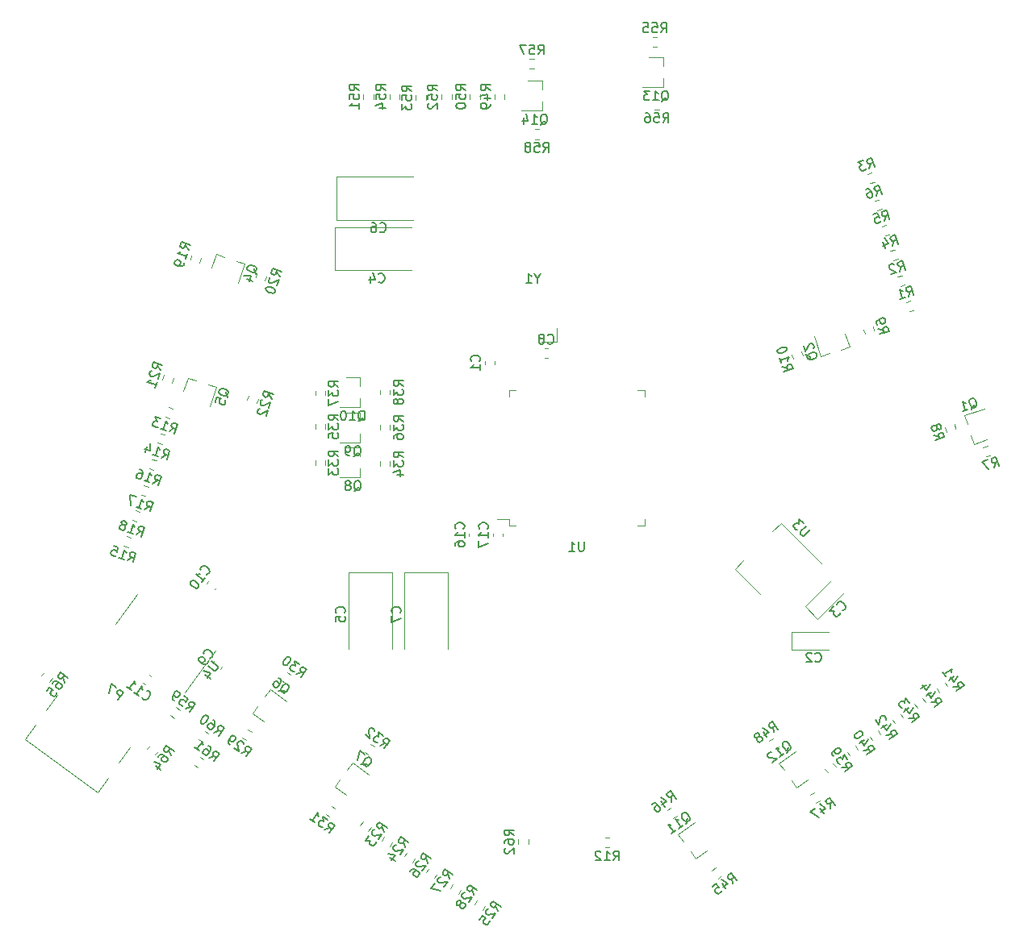
<source format=gbr>
%TF.GenerationSoftware,KiCad,Pcbnew,(5.1.7-0-10_14)*%
%TF.CreationDate,2021-04-06T14:52:43+02:00*%
%TF.ProjectId,Octogone_Sans_Regle,4f63746f-676f-46e6-955f-53616e735f52,rev?*%
%TF.SameCoordinates,Original*%
%TF.FileFunction,Legend,Bot*%
%TF.FilePolarity,Positive*%
%FSLAX46Y46*%
G04 Gerber Fmt 4.6, Leading zero omitted, Abs format (unit mm)*
G04 Created by KiCad (PCBNEW (5.1.7-0-10_14)) date 2021-04-06 14:52:43*
%MOMM*%
%LPD*%
G01*
G04 APERTURE LIST*
%ADD10C,0.120000*%
%ADD11C,0.150000*%
G04 APERTURE END LIST*
D10*
%TO.C,U4*%
X79306374Y-115425807D02*
X80452555Y-113848223D01*
X79306374Y-115425807D02*
X78160193Y-117003390D01*
X87493626Y-121374193D02*
X88639807Y-119796610D01*
X87493626Y-121374193D02*
X85465767Y-124165302D01*
%TO.C,R60*%
X87899064Y-128516745D02*
X87515172Y-128237832D01*
X87284828Y-129362168D02*
X86900936Y-129083255D01*
%TO.C,R59*%
X84899064Y-126016745D02*
X84515172Y-125737832D01*
X84284828Y-126862168D02*
X83900936Y-126583255D01*
%TO.C,C11*%
X81059510Y-123174434D02*
X81286973Y-123339696D01*
X81659051Y-122349236D02*
X81886514Y-122514498D01*
%TO.C,C10*%
X87877299Y-112530802D02*
X87708093Y-112755347D01*
X88691907Y-113144653D02*
X88522701Y-113369198D01*
%TO.C,C9*%
X88514498Y-120913486D02*
X88349236Y-121140949D01*
X89339696Y-121513027D02*
X89174434Y-121740490D01*
%TO.C,R1*%
X161564184Y-83029756D02*
X161112893Y-83176390D01*
X161887107Y-84023610D02*
X161435816Y-84170244D01*
%TO.C,R58*%
X122137742Y-66072500D02*
X122612258Y-66072500D01*
X122137742Y-65027500D02*
X122612258Y-65027500D01*
%TO.C,R57*%
X122087258Y-57627500D02*
X121612742Y-57627500D01*
X122087258Y-58672500D02*
X121612742Y-58672500D01*
%TO.C,R24*%
X106933255Y-140349064D02*
X107212168Y-139965172D01*
X106087832Y-139734828D02*
X106366745Y-139350936D01*
%TO.C,R23*%
X104683255Y-138749064D02*
X104962168Y-138365172D01*
X103837832Y-138134828D02*
X104116745Y-137750936D01*
%TO.C,R14*%
X82562893Y-97973610D02*
X83014184Y-98120244D01*
X82885816Y-96979756D02*
X83337107Y-97126390D01*
%TO.C,R16*%
X81662893Y-100673610D02*
X82114184Y-100820244D01*
X81985816Y-99679756D02*
X82437107Y-99826390D01*
%TO.C,R17*%
X80812893Y-103423610D02*
X81264184Y-103570244D01*
X81135816Y-102429756D02*
X81587107Y-102576390D01*
%TO.C,R18*%
X79928271Y-106068671D02*
X80379562Y-106215305D01*
X80251194Y-105074817D02*
X80702485Y-105221451D01*
%TO.C,R25*%
X116633255Y-147049064D02*
X116912168Y-146665172D01*
X115787832Y-146434828D02*
X116066745Y-146050936D01*
%TO.C,R26*%
X109298332Y-142016503D02*
X109577245Y-141632611D01*
X108452909Y-141402267D02*
X108731822Y-141018375D01*
%TO.C,Q8*%
X103830000Y-98430000D02*
X103830000Y-99360000D01*
X103830000Y-101590000D02*
X103830000Y-100660000D01*
X103830000Y-101590000D02*
X101670000Y-101590000D01*
X103830000Y-98430000D02*
X102370000Y-98430000D01*
%TO.C,R3*%
X157464184Y-69579756D02*
X157012893Y-69726390D01*
X157787107Y-70573610D02*
X157335816Y-70720244D01*
%TO.C,R32*%
X105299064Y-129866745D02*
X104915172Y-129587832D01*
X104684828Y-130712168D02*
X104300936Y-130433255D01*
%TO.C,R31*%
X100200936Y-136983255D02*
X100584828Y-137262168D01*
X100815172Y-136137832D02*
X101199064Y-136416745D01*
%TO.C,R30*%
X96549064Y-122366745D02*
X96165172Y-122087832D01*
X95934828Y-123212168D02*
X95550936Y-122933255D01*
%TO.C,R29*%
X91450936Y-128933255D02*
X91834828Y-129212168D01*
X92065172Y-128087832D02*
X92449064Y-128366745D01*
%TO.C,R22*%
X92973610Y-93787107D02*
X93120244Y-93335816D01*
X91979756Y-93464184D02*
X92126390Y-93012893D01*
%TO.C,R21*%
X83226390Y-90862893D02*
X83079756Y-91314184D01*
X84220244Y-91185816D02*
X84073610Y-91637107D01*
%TO.C,R20*%
X93828549Y-80952485D02*
X93975183Y-80501194D01*
X92834695Y-80629562D02*
X92981329Y-80178271D01*
%TO.C,R19*%
X86126390Y-78262893D02*
X85979756Y-78714184D01*
X87120244Y-78585816D02*
X86973610Y-79037107D01*
%TO.C,R10*%
X149129756Y-88685816D02*
X149276390Y-89137107D01*
X150123610Y-88362893D02*
X150270244Y-88814184D01*
%TO.C,R9*%
X157770244Y-86214184D02*
X157623610Y-85762893D01*
X156776390Y-86537107D02*
X156629756Y-86085816D01*
%TO.C,R8*%
X165174817Y-96351194D02*
X165321451Y-96802485D01*
X166168671Y-96028271D02*
X166315305Y-96479562D01*
%TO.C,R7*%
X169501194Y-99425183D02*
X169952485Y-99278549D01*
X169178271Y-98431329D02*
X169629562Y-98284695D01*
%TO.C,R38*%
X106972500Y-92887258D02*
X106972500Y-92412742D01*
X105927500Y-92887258D02*
X105927500Y-92412742D01*
%TO.C,R37*%
X100172500Y-92987258D02*
X100172500Y-92512742D01*
X99127500Y-92987258D02*
X99127500Y-92512742D01*
%TO.C,R36*%
X106972500Y-96587258D02*
X106972500Y-96112742D01*
X105927500Y-96587258D02*
X105927500Y-96112742D01*
%TO.C,R35*%
X100172500Y-96487258D02*
X100172500Y-96012742D01*
X99127500Y-96487258D02*
X99127500Y-96012742D01*
%TO.C,R34*%
X106972500Y-100387258D02*
X106972500Y-99912742D01*
X105927500Y-100387258D02*
X105927500Y-99912742D01*
%TO.C,R13*%
X83397515Y-95228549D02*
X83848806Y-95375183D01*
X83720438Y-94234695D02*
X84171729Y-94381329D01*
%TO.C,R33*%
X100172500Y-100287258D02*
X100172500Y-99812742D01*
X99127500Y-100287258D02*
X99127500Y-99812742D01*
%TO.C,Q2*%
X155161324Y-87880304D02*
X154276842Y-88167690D01*
X152155986Y-88856798D02*
X153040468Y-88569412D01*
X152155986Y-88856798D02*
X151488509Y-86802516D01*
X155161324Y-87880304D02*
X154710159Y-86491762D01*
%TO.C,U1*%
X132960000Y-92440000D02*
X133660000Y-92440000D01*
X133660000Y-92440000D02*
X133660000Y-93140000D01*
X120140000Y-92440000D02*
X119440000Y-92440000D01*
X119440000Y-92440000D02*
X119440000Y-93140000D01*
X132960000Y-106660000D02*
X133660000Y-106660000D01*
X133660000Y-106660000D02*
X133660000Y-105960000D01*
X120140000Y-106660000D02*
X119440000Y-106660000D01*
X119440000Y-106660000D02*
X119440000Y-105960000D01*
X119440000Y-105960000D02*
X118150000Y-105960000D01*
%TO.C,P7*%
X77376809Y-133130625D02*
X76260017Y-134667757D01*
X79669172Y-129975458D02*
X78493601Y-131593492D01*
X69772050Y-127605443D02*
X68655258Y-129142576D01*
X72064412Y-124450277D02*
X70888842Y-126068311D01*
X76260017Y-134667757D02*
X68655258Y-129142576D01*
%TO.C,Q1*%
X168215444Y-98087522D02*
X167928058Y-97203040D01*
X167238950Y-95082184D02*
X167526336Y-95966666D01*
X167238950Y-95082184D02*
X169293232Y-94414707D01*
X168215444Y-98087522D02*
X169603986Y-97636357D01*
%TO.C,R4*%
X159914184Y-77679756D02*
X159462893Y-77826390D01*
X160237107Y-78673610D02*
X159785816Y-78820244D01*
%TO.C,R5*%
X159029562Y-75084695D02*
X158578271Y-75231329D01*
X159352485Y-76078549D02*
X158901194Y-76225183D01*
%TO.C,R6*%
X158229562Y-72434695D02*
X157778271Y-72581329D01*
X158552485Y-73428549D02*
X158101194Y-73575183D01*
%TO.C,R15*%
X79012893Y-108773610D02*
X79464184Y-108920244D01*
X79335816Y-107779756D02*
X79787107Y-107926390D01*
%TO.C,Q10*%
X103810000Y-91070000D02*
X103810000Y-92000000D01*
X103810000Y-94230000D02*
X103810000Y-93300000D01*
X103810000Y-94230000D02*
X101650000Y-94230000D01*
X103810000Y-91070000D02*
X102350000Y-91070000D01*
%TO.C,Q9*%
X103810000Y-94770000D02*
X103810000Y-95700000D01*
X103810000Y-97930000D02*
X103810000Y-97000000D01*
X103810000Y-97930000D02*
X101650000Y-97930000D01*
X103810000Y-94770000D02*
X102350000Y-94770000D01*
%TO.C,Q5*%
X85732184Y-91138950D02*
X86616666Y-91426336D01*
X88737522Y-92115444D02*
X87853040Y-91828058D01*
X88737522Y-92115444D02*
X88070046Y-94169726D01*
X85732184Y-91138950D02*
X85281019Y-92527493D01*
%TO.C,Q4*%
X88697037Y-78166272D02*
X89581519Y-78453658D01*
X91702375Y-79142766D02*
X90817893Y-78855380D01*
X91702375Y-79142766D02*
X91034899Y-81197048D01*
X88697037Y-78166272D02*
X88245872Y-79554815D01*
%TO.C,R61*%
X87399064Y-131216745D02*
X87015172Y-130937832D01*
X86784828Y-132062168D02*
X86400936Y-131783255D01*
%TO.C,C6*%
X109385000Y-74560000D02*
X101325000Y-74560000D01*
X101325000Y-74560000D02*
X101325000Y-70040000D01*
X101325000Y-70040000D02*
X109385000Y-70040000D01*
%TO.C,C7*%
X108490000Y-119645000D02*
X108490000Y-111585000D01*
X108490000Y-111585000D02*
X113010000Y-111585000D01*
X113010000Y-111585000D02*
X113010000Y-119645000D01*
%TO.C,C16*%
X115230000Y-107479420D02*
X115230000Y-107760580D01*
X116250000Y-107479420D02*
X116250000Y-107760580D01*
%TO.C,C17*%
X117740000Y-107479420D02*
X117740000Y-107760580D01*
X118760000Y-107479420D02*
X118760000Y-107760580D01*
%TO.C,R41*%
X165462168Y-123534828D02*
X165183255Y-123150936D01*
X164616745Y-124149064D02*
X164337832Y-123765172D01*
%TO.C,R42*%
X158412168Y-128584828D02*
X158133255Y-128200936D01*
X157566745Y-129199064D02*
X157287832Y-128815172D01*
%TO.C,R43*%
X160762168Y-126834828D02*
X160483255Y-126450936D01*
X159916745Y-127449064D02*
X159637832Y-127065172D01*
%TO.C,R44*%
X163112168Y-125184828D02*
X162833255Y-124800936D01*
X162266745Y-125799064D02*
X161987832Y-125415172D01*
%TO.C,R51*%
X104177500Y-61362742D02*
X104177500Y-61837258D01*
X105222500Y-61362742D02*
X105222500Y-61837258D01*
%TO.C,R52*%
X112377500Y-61387742D02*
X112377500Y-61862258D01*
X113422500Y-61387742D02*
X113422500Y-61862258D01*
%TO.C,R53*%
X109677500Y-61462742D02*
X109677500Y-61937258D01*
X110722500Y-61462742D02*
X110722500Y-61937258D01*
%TO.C,R54*%
X106927500Y-61362742D02*
X106927500Y-61837258D01*
X107972500Y-61362742D02*
X107972500Y-61837258D01*
%TO.C,C1*%
X116890000Y-89409420D02*
X116890000Y-89690580D01*
X117910000Y-89409420D02*
X117910000Y-89690580D01*
%TO.C,C2*%
X153000000Y-119735000D02*
X149090000Y-119735000D01*
X149090000Y-119735000D02*
X149090000Y-117865000D01*
X149090000Y-117865000D02*
X153000000Y-117865000D01*
%TO.C,C3*%
X154592516Y-113729774D02*
X151827728Y-116494562D01*
X151827728Y-116494562D02*
X150505438Y-115172272D01*
X150505438Y-115172272D02*
X153270226Y-112407484D01*
%TO.C,C4*%
X109250000Y-79860000D02*
X101190000Y-79860000D01*
X101190000Y-79860000D02*
X101190000Y-75340000D01*
X101190000Y-75340000D02*
X109250000Y-75340000D01*
%TO.C,C5*%
X102640000Y-119645000D02*
X102640000Y-111585000D01*
X102640000Y-111585000D02*
X107160000Y-111585000D01*
X107160000Y-111585000D02*
X107160000Y-119645000D01*
%TO.C,R12*%
X129512742Y-140472500D02*
X129987258Y-140472500D01*
X129512742Y-139427500D02*
X129987258Y-139427500D01*
%TO.C,R62*%
X120427500Y-139612742D02*
X120427500Y-140087258D01*
X121472500Y-139612742D02*
X121472500Y-140087258D01*
%TO.C,R64*%
X82333255Y-130749064D02*
X82612168Y-130365172D01*
X81487832Y-130134828D02*
X81766745Y-129750936D01*
%TO.C,R65*%
X71233255Y-123049064D02*
X71512168Y-122665172D01*
X70387832Y-122434828D02*
X70666745Y-122050936D01*
%TO.C,U3*%
X143138192Y-111210660D02*
X144029146Y-110319706D01*
X147960660Y-106388192D02*
X147069706Y-107279146D01*
X145796913Y-113869382D02*
X143138192Y-111210660D01*
X152210372Y-110637904D02*
X147960660Y-106388192D01*
%TO.C,Y1*%
X124450000Y-87350000D02*
X122850000Y-87350000D01*
X124450000Y-85950000D02*
X124450000Y-87350000D01*
%TO.C,C8*%
X123490580Y-88040000D02*
X123209420Y-88040000D01*
X123490580Y-89060000D02*
X123209420Y-89060000D01*
%TO.C,R27*%
X111583255Y-143699064D02*
X111862168Y-143315172D01*
X110737832Y-143084828D02*
X111016745Y-142700936D01*
%TO.C,R28*%
X114133255Y-145349064D02*
X114412168Y-144965172D01*
X113287832Y-144734828D02*
X113566745Y-144350936D01*
%TO.C,R50*%
X115327500Y-61362742D02*
X115327500Y-61837258D01*
X116372500Y-61362742D02*
X116372500Y-61837258D01*
%TO.C,R49*%
X117927500Y-61362742D02*
X117927500Y-61837258D01*
X118972500Y-61362742D02*
X118972500Y-61837258D01*
%TO.C,R40*%
X156062168Y-130184828D02*
X155783255Y-129800936D01*
X155216745Y-130799064D02*
X154937832Y-130415172D01*
%TO.C,R2*%
X160664184Y-80379756D02*
X160212893Y-80526390D01*
X160987107Y-81373610D02*
X160535816Y-81520244D01*
%TO.C,R39*%
X153712168Y-131984828D02*
X153433255Y-131600936D01*
X152866745Y-132599064D02*
X152587832Y-132215172D01*
%TO.C,R56*%
X134712742Y-62972500D02*
X135187258Y-62972500D01*
X134712742Y-61927500D02*
X135187258Y-61927500D01*
%TO.C,R55*%
X134987258Y-55327500D02*
X134512742Y-55327500D01*
X134987258Y-56372500D02*
X134512742Y-56372500D01*
%TO.C,R48*%
X147134828Y-128987832D02*
X146750936Y-129266745D01*
X147749064Y-129833255D02*
X147365172Y-130112168D01*
%TO.C,R47*%
X151665172Y-135812168D02*
X152049064Y-135533255D01*
X151050936Y-134966745D02*
X151434828Y-134687832D01*
%TO.C,R46*%
X136434828Y-136287832D02*
X136050936Y-136566745D01*
X137049064Y-137133255D02*
X136665172Y-137412168D01*
%TO.C,R45*%
X141365172Y-143712168D02*
X141749064Y-143433255D01*
X140750936Y-142866745D02*
X141134828Y-142587832D01*
%TO.C,Q14*%
X122910000Y-59930000D02*
X122910000Y-60860000D01*
X122910000Y-63090000D02*
X122910000Y-62160000D01*
X122910000Y-63090000D02*
X120750000Y-63090000D01*
X122910000Y-59930000D02*
X121450000Y-59930000D01*
%TO.C,Q13*%
X135610000Y-57470000D02*
X135610000Y-58400000D01*
X135610000Y-60630000D02*
X135610000Y-59700000D01*
X135610000Y-60630000D02*
X133450000Y-60630000D01*
X135610000Y-57470000D02*
X134150000Y-57470000D01*
%TO.C,Q12*%
X149604689Y-134162944D02*
X149058048Y-133410558D01*
X147747287Y-131606450D02*
X148293928Y-132358836D01*
X147747287Y-131606450D02*
X149494764Y-130336834D01*
X149604689Y-134162944D02*
X150785854Y-133304777D01*
%TO.C,Q11*%
X139024689Y-141642944D02*
X138478048Y-140890558D01*
X137167287Y-139086450D02*
X137713928Y-139838836D01*
X137167287Y-139086450D02*
X138914764Y-137816834D01*
X139024689Y-141642944D02*
X140205854Y-140784777D01*
%TO.C,Q7*%
X101156446Y-134081530D02*
X101703087Y-133329144D01*
X103013848Y-131525036D02*
X102467207Y-132277422D01*
X103013848Y-131525036D02*
X104761324Y-132794653D01*
X101156446Y-134081530D02*
X102337611Y-134939697D01*
%TO.C,Q6*%
X92506446Y-126381530D02*
X93053087Y-125629144D01*
X94363848Y-123825036D02*
X93817207Y-124577422D01*
X94363848Y-123825036D02*
X96111324Y-125094653D01*
X92506446Y-126381530D02*
X93687611Y-127239697D01*
%TO.C,U4*%
D11*
X88178003Y-120929656D02*
X88832921Y-121405482D01*
X88881981Y-121499987D01*
X88892516Y-121566501D01*
X88875061Y-121671540D01*
X88763102Y-121825638D01*
X88668597Y-121874698D01*
X88602083Y-121885233D01*
X88497044Y-121867778D01*
X87842125Y-121391952D01*
X87579992Y-122319848D02*
X88119337Y-122711705D01*
X87411744Y-121903307D02*
X88129562Y-122130530D01*
X87765695Y-122631350D01*
%TO.C,R60*%
X88488834Y-128395041D02*
X89038404Y-128205724D01*
X88951129Y-128730919D02*
X89538915Y-127921902D01*
X89230718Y-127697983D01*
X89125679Y-127680528D01*
X89059164Y-127691063D01*
X88964660Y-127740123D01*
X88880691Y-127855697D01*
X88863236Y-127960736D01*
X88873771Y-128027250D01*
X88922830Y-128121754D01*
X89231027Y-128345672D01*
X88383176Y-127082208D02*
X88537275Y-127194167D01*
X88586334Y-127288672D01*
X88596869Y-127355186D01*
X88589949Y-127526739D01*
X88516514Y-127708828D01*
X88292596Y-128017025D01*
X88198092Y-128066084D01*
X88131578Y-128076619D01*
X88026539Y-128059164D01*
X87872440Y-127947205D01*
X87823381Y-127852701D01*
X87812846Y-127786186D01*
X87830301Y-127681147D01*
X87970250Y-127488524D01*
X88064754Y-127439465D01*
X88131268Y-127428930D01*
X88236307Y-127446385D01*
X88390406Y-127558344D01*
X88439465Y-127652848D01*
X88450000Y-127719363D01*
X88432545Y-127824402D01*
X87805307Y-126662362D02*
X87728258Y-126606382D01*
X87623219Y-126588927D01*
X87556704Y-126599462D01*
X87462200Y-126648522D01*
X87311716Y-126774630D01*
X87171767Y-126967253D01*
X87098333Y-127149342D01*
X87080878Y-127254381D01*
X87091413Y-127320895D01*
X87140472Y-127415399D01*
X87217522Y-127471379D01*
X87322561Y-127488834D01*
X87389075Y-127478299D01*
X87483579Y-127429239D01*
X87634063Y-127303131D01*
X87774012Y-127110508D01*
X87847446Y-126928419D01*
X87864901Y-126823380D01*
X87854366Y-126756866D01*
X87805307Y-126662362D01*
%TO.C,R59*%
X85494712Y-125886951D02*
X86044282Y-125697634D01*
X85957007Y-126222829D02*
X86544793Y-125413812D01*
X86236596Y-125189893D01*
X86131557Y-125172438D01*
X86065042Y-125182973D01*
X85970538Y-125232033D01*
X85886569Y-125347607D01*
X85869114Y-125452646D01*
X85879649Y-125519160D01*
X85928708Y-125613664D01*
X86236905Y-125837582D01*
X85350529Y-124546129D02*
X85735776Y-124826026D01*
X85494403Y-125239262D01*
X85483868Y-125172748D01*
X85434808Y-125078244D01*
X85242185Y-124938295D01*
X85137146Y-124920840D01*
X85070632Y-124931375D01*
X84976128Y-124980434D01*
X84836179Y-125173057D01*
X84818724Y-125278096D01*
X84829259Y-125344611D01*
X84878318Y-125439115D01*
X85070941Y-125579064D01*
X85175980Y-125596519D01*
X85242495Y-125585984D01*
X84338973Y-125047258D02*
X84184875Y-124935299D01*
X84135815Y-124840795D01*
X84125281Y-124774280D01*
X84132201Y-124602727D01*
X84205635Y-124420639D01*
X84429553Y-124112442D01*
X84524058Y-124063382D01*
X84590572Y-124052848D01*
X84695611Y-124070302D01*
X84849709Y-124182262D01*
X84898769Y-124276766D01*
X84909304Y-124343280D01*
X84891849Y-124448319D01*
X84751900Y-124640942D01*
X84657396Y-124690002D01*
X84590881Y-124700537D01*
X84485842Y-124683082D01*
X84331744Y-124571123D01*
X84282684Y-124476618D01*
X84272150Y-124410104D01*
X84289605Y-124305065D01*
%TO.C,C11*%
X80942638Y-124668156D02*
X80953172Y-124734670D01*
X81040756Y-124857164D01*
X81117806Y-124913144D01*
X81261369Y-124958589D01*
X81394398Y-124937519D01*
X81488902Y-124888460D01*
X81639386Y-124762351D01*
X81723355Y-124646777D01*
X81796790Y-124464689D01*
X81814245Y-124359650D01*
X81793175Y-124226621D01*
X81705591Y-124104127D01*
X81628542Y-124048147D01*
X81484978Y-124002703D01*
X81418464Y-124013238D01*
X80116166Y-124185410D02*
X80578461Y-124521287D01*
X80347313Y-124353348D02*
X80935099Y-123544331D01*
X80928179Y-123715885D01*
X80949248Y-123848914D01*
X80998308Y-123943418D01*
X79345673Y-123625614D02*
X79807969Y-123961492D01*
X79576821Y-123793553D02*
X80164606Y-122984536D01*
X80157686Y-123156089D01*
X80178756Y-123289118D01*
X80227815Y-123383622D01*
%TO.C,C10*%
X87730059Y-111790930D02*
X87796747Y-111781557D01*
X87920751Y-111696125D01*
X87978066Y-111620064D01*
X88026010Y-111477315D01*
X88007265Y-111343939D01*
X87959862Y-111248593D01*
X87836399Y-111095931D01*
X87722308Y-111009958D01*
X87541529Y-110933357D01*
X87436811Y-110914071D01*
X87303435Y-110932816D01*
X87179431Y-111018249D01*
X87122115Y-111094310D01*
X87074172Y-111237058D01*
X87083544Y-111303746D01*
X87232962Y-112608851D02*
X87576856Y-112152488D01*
X87404909Y-112380669D02*
X86606274Y-111778854D01*
X86777680Y-111788767D01*
X86911056Y-111770023D01*
X87006402Y-111722620D01*
X86061774Y-112501429D02*
X86004459Y-112577490D01*
X85985173Y-112682208D01*
X85994545Y-112748896D01*
X86041948Y-112844242D01*
X86165411Y-112996904D01*
X86355563Y-113140193D01*
X86536342Y-113216794D01*
X86641060Y-113236080D01*
X86707748Y-113226707D01*
X86803094Y-113179305D01*
X86860410Y-113103244D01*
X86879695Y-112998526D01*
X86870323Y-112931838D01*
X86822920Y-112836492D01*
X86699457Y-112683830D01*
X86509306Y-112540541D01*
X86328527Y-112463940D01*
X86223808Y-112444654D01*
X86157120Y-112454027D01*
X86061774Y-112501429D01*
%TO.C,C9*%
X88074470Y-120561542D02*
X88140985Y-120551007D01*
X88263479Y-120463423D01*
X88319458Y-120386373D01*
X88364903Y-120242810D01*
X88343833Y-120109781D01*
X88294774Y-120015277D01*
X88168665Y-119864793D01*
X88053091Y-119780824D01*
X87871003Y-119707389D01*
X87765964Y-119689934D01*
X87632935Y-119711004D01*
X87510441Y-119798588D01*
X87454462Y-119875637D01*
X87409017Y-120019201D01*
X87419552Y-120085715D01*
X87871622Y-121002767D02*
X87759663Y-121156866D01*
X87665159Y-121205925D01*
X87598644Y-121216460D01*
X87427091Y-121209540D01*
X87245003Y-121136106D01*
X86936806Y-120912187D01*
X86887746Y-120817683D01*
X86877211Y-120751169D01*
X86894666Y-120646130D01*
X87006625Y-120492031D01*
X87101129Y-120442972D01*
X87167644Y-120432437D01*
X87272683Y-120449892D01*
X87465306Y-120589841D01*
X87514365Y-120684345D01*
X87524900Y-120750859D01*
X87507445Y-120855898D01*
X87395486Y-121009997D01*
X87300982Y-121059056D01*
X87234468Y-121069591D01*
X87129429Y-121052136D01*
%TO.C,R1*%
X161356408Y-82618726D02*
X161526276Y-82062836D01*
X161899869Y-82442144D02*
X161590852Y-81491088D01*
X161228545Y-81608809D01*
X161152683Y-81683527D01*
X161122110Y-81743531D01*
X161106252Y-81848823D01*
X161150397Y-81984688D01*
X161225116Y-82060550D01*
X161285119Y-82091123D01*
X161390411Y-82106981D01*
X161752718Y-81989260D01*
X160450640Y-82913027D02*
X160994101Y-82736446D01*
X160722371Y-82824737D02*
X160413354Y-81873680D01*
X160548076Y-81980115D01*
X160668083Y-82041262D01*
X160773375Y-82057120D01*
%TO.C,R58*%
X123017857Y-67432380D02*
X123351190Y-66956190D01*
X123589285Y-67432380D02*
X123589285Y-66432380D01*
X123208333Y-66432380D01*
X123113095Y-66480000D01*
X123065476Y-66527619D01*
X123017857Y-66622857D01*
X123017857Y-66765714D01*
X123065476Y-66860952D01*
X123113095Y-66908571D01*
X123208333Y-66956190D01*
X123589285Y-66956190D01*
X122113095Y-66432380D02*
X122589285Y-66432380D01*
X122636904Y-66908571D01*
X122589285Y-66860952D01*
X122494047Y-66813333D01*
X122255952Y-66813333D01*
X122160714Y-66860952D01*
X122113095Y-66908571D01*
X122065476Y-67003809D01*
X122065476Y-67241904D01*
X122113095Y-67337142D01*
X122160714Y-67384761D01*
X122255952Y-67432380D01*
X122494047Y-67432380D01*
X122589285Y-67384761D01*
X122636904Y-67337142D01*
X121494047Y-66860952D02*
X121589285Y-66813333D01*
X121636904Y-66765714D01*
X121684523Y-66670476D01*
X121684523Y-66622857D01*
X121636904Y-66527619D01*
X121589285Y-66480000D01*
X121494047Y-66432380D01*
X121303571Y-66432380D01*
X121208333Y-66480000D01*
X121160714Y-66527619D01*
X121113095Y-66622857D01*
X121113095Y-66670476D01*
X121160714Y-66765714D01*
X121208333Y-66813333D01*
X121303571Y-66860952D01*
X121494047Y-66860952D01*
X121589285Y-66908571D01*
X121636904Y-66956190D01*
X121684523Y-67051428D01*
X121684523Y-67241904D01*
X121636904Y-67337142D01*
X121589285Y-67384761D01*
X121494047Y-67432380D01*
X121303571Y-67432380D01*
X121208333Y-67384761D01*
X121160714Y-67337142D01*
X121113095Y-67241904D01*
X121113095Y-67051428D01*
X121160714Y-66956190D01*
X121208333Y-66908571D01*
X121303571Y-66860952D01*
%TO.C,R57*%
X122492857Y-57172380D02*
X122826190Y-56696190D01*
X123064285Y-57172380D02*
X123064285Y-56172380D01*
X122683333Y-56172380D01*
X122588095Y-56220000D01*
X122540476Y-56267619D01*
X122492857Y-56362857D01*
X122492857Y-56505714D01*
X122540476Y-56600952D01*
X122588095Y-56648571D01*
X122683333Y-56696190D01*
X123064285Y-56696190D01*
X121588095Y-56172380D02*
X122064285Y-56172380D01*
X122111904Y-56648571D01*
X122064285Y-56600952D01*
X121969047Y-56553333D01*
X121730952Y-56553333D01*
X121635714Y-56600952D01*
X121588095Y-56648571D01*
X121540476Y-56743809D01*
X121540476Y-56981904D01*
X121588095Y-57077142D01*
X121635714Y-57124761D01*
X121730952Y-57172380D01*
X121969047Y-57172380D01*
X122064285Y-57124761D01*
X122111904Y-57077142D01*
X121207142Y-56172380D02*
X120540476Y-56172380D01*
X120969047Y-57172380D01*
%TO.C,R24*%
X108550739Y-140436353D02*
X108361422Y-139886783D01*
X108886617Y-139974058D02*
X108077600Y-139386272D01*
X107853681Y-139694469D01*
X107836226Y-139799508D01*
X107846761Y-139866023D01*
X107895821Y-139960527D01*
X108011395Y-140044496D01*
X108116434Y-140061951D01*
X108182948Y-140051416D01*
X108277452Y-140002357D01*
X108501370Y-139694160D01*
X107594853Y-140212744D02*
X107528339Y-140223279D01*
X107433835Y-140272339D01*
X107293886Y-140464962D01*
X107276431Y-140570001D01*
X107286966Y-140636515D01*
X107336025Y-140731019D01*
X107413075Y-140786999D01*
X107556638Y-140832443D01*
X108354811Y-140706025D01*
X107990944Y-141206845D01*
X106947783Y-141508432D02*
X107487128Y-141900289D01*
X106779535Y-141091890D02*
X107497353Y-141319114D01*
X107133486Y-141819934D01*
%TO.C,R23*%
X106300739Y-138836353D02*
X106111422Y-138286783D01*
X106636617Y-138374058D02*
X105827600Y-137786272D01*
X105603681Y-138094469D01*
X105586226Y-138199508D01*
X105596761Y-138266023D01*
X105645821Y-138360527D01*
X105761395Y-138444496D01*
X105866434Y-138461951D01*
X105932948Y-138451416D01*
X106027452Y-138402357D01*
X106251370Y-138094160D01*
X105344853Y-138612744D02*
X105278339Y-138623279D01*
X105183835Y-138672339D01*
X105043886Y-138864962D01*
X105026431Y-138970001D01*
X105036966Y-139036515D01*
X105086025Y-139131019D01*
X105163075Y-139186999D01*
X105306638Y-139232443D01*
X106104811Y-139106025D01*
X105740944Y-139606845D01*
X104735998Y-139288732D02*
X104372131Y-139789552D01*
X104876257Y-139743798D01*
X104792287Y-139859372D01*
X104774832Y-139964411D01*
X104785367Y-140030926D01*
X104834427Y-140125430D01*
X105027050Y-140265379D01*
X105132089Y-140282834D01*
X105198603Y-140272299D01*
X105293107Y-140223239D01*
X105461046Y-139992092D01*
X105478501Y-139887053D01*
X105467966Y-139820538D01*
%TO.C,R14*%
X82979706Y-99538904D02*
X83443875Y-99189026D01*
X83523166Y-99715485D02*
X83832183Y-98764429D01*
X83469876Y-98646708D01*
X83364584Y-98662566D01*
X83304581Y-98693140D01*
X83229862Y-98769001D01*
X83185717Y-98904866D01*
X83201575Y-99010158D01*
X83232148Y-99070162D01*
X83308010Y-99144880D01*
X83670317Y-99262601D01*
X82073937Y-99244602D02*
X82617398Y-99421183D01*
X82345668Y-99332893D02*
X82654685Y-98381836D01*
X82701116Y-98547132D01*
X82762263Y-98667139D01*
X82838125Y-98741857D01*
X81464757Y-98345693D02*
X81258746Y-98979731D01*
X81808920Y-98056961D02*
X81814636Y-98809863D01*
X81225887Y-98618566D01*
%TO.C,R16*%
X82079706Y-102238904D02*
X82543875Y-101889026D01*
X82623166Y-102415485D02*
X82932183Y-101464429D01*
X82569876Y-101346708D01*
X82464584Y-101362566D01*
X82404581Y-101393140D01*
X82329862Y-101469001D01*
X82285717Y-101604866D01*
X82301575Y-101710158D01*
X82332148Y-101770162D01*
X82408010Y-101844880D01*
X82770317Y-101962601D01*
X81173937Y-101944602D02*
X81717398Y-102121183D01*
X81445668Y-102032893D02*
X81754685Y-101081836D01*
X81801116Y-101247132D01*
X81862263Y-101367139D01*
X81938125Y-101441857D01*
X80667763Y-100728674D02*
X80848917Y-100787534D01*
X80924778Y-100862253D01*
X80955352Y-100922256D01*
X81001783Y-101087552D01*
X80988211Y-101283421D01*
X80870491Y-101645728D01*
X80795772Y-101721590D01*
X80735769Y-101752163D01*
X80630477Y-101768021D01*
X80449323Y-101709161D01*
X80373461Y-101634442D01*
X80342888Y-101574439D01*
X80327030Y-101469147D01*
X80400605Y-101242705D01*
X80475324Y-101166843D01*
X80535327Y-101136270D01*
X80640619Y-101120411D01*
X80821773Y-101179272D01*
X80897635Y-101253990D01*
X80928208Y-101313994D01*
X80944066Y-101419286D01*
%TO.C,R17*%
X81229706Y-104988904D02*
X81693875Y-104639026D01*
X81773166Y-105165485D02*
X82082183Y-104214429D01*
X81719876Y-104096708D01*
X81614584Y-104112566D01*
X81554581Y-104143140D01*
X81479862Y-104219001D01*
X81435717Y-104354866D01*
X81451575Y-104460158D01*
X81482148Y-104520162D01*
X81558010Y-104594880D01*
X81920317Y-104712601D01*
X80323937Y-104694602D02*
X80867398Y-104871183D01*
X80595668Y-104782893D02*
X80904685Y-103831836D01*
X80951116Y-103997132D01*
X81012263Y-104117139D01*
X81088125Y-104191857D01*
X80315936Y-103640540D02*
X79681898Y-103434529D01*
X79780477Y-104518021D01*
%TO.C,R18*%
X80345084Y-107633965D02*
X80809253Y-107284087D01*
X80888544Y-107810546D02*
X81197561Y-106859490D01*
X80835254Y-106741769D01*
X80729962Y-106757627D01*
X80669959Y-106788201D01*
X80595240Y-106864062D01*
X80551095Y-106999927D01*
X80566953Y-107105219D01*
X80597526Y-107165223D01*
X80673388Y-107239941D01*
X81035695Y-107357662D01*
X79439315Y-107339663D02*
X79982776Y-107516244D01*
X79711046Y-107427954D02*
X80020063Y-106476897D01*
X80066494Y-106642193D01*
X80127641Y-106762200D01*
X80203503Y-106836918D01*
X79072436Y-106619621D02*
X79177728Y-106603763D01*
X79237731Y-106573190D01*
X79312450Y-106497328D01*
X79327165Y-106452040D01*
X79311307Y-106346748D01*
X79280733Y-106286744D01*
X79204872Y-106212026D01*
X79023718Y-106153165D01*
X78918426Y-106169023D01*
X78858423Y-106199597D01*
X78783704Y-106275458D01*
X78768989Y-106320747D01*
X78784847Y-106426039D01*
X78815420Y-106486042D01*
X78891282Y-106560761D01*
X79072436Y-106619621D01*
X79148297Y-106694340D01*
X79178871Y-106754343D01*
X79194729Y-106859635D01*
X79135869Y-107040789D01*
X79061150Y-107116651D01*
X79001147Y-107147224D01*
X78895855Y-107163082D01*
X78714701Y-107104222D01*
X78638839Y-107029503D01*
X78608266Y-106969500D01*
X78592408Y-106864208D01*
X78651268Y-106683054D01*
X78725987Y-106607192D01*
X78785990Y-106576619D01*
X78891282Y-106560761D01*
%TO.C,R25*%
X118250739Y-147136353D02*
X118061422Y-146586783D01*
X118586617Y-146674058D02*
X117777600Y-146086272D01*
X117553681Y-146394469D01*
X117536226Y-146499508D01*
X117546761Y-146566023D01*
X117595821Y-146660527D01*
X117711395Y-146744496D01*
X117816434Y-146761951D01*
X117882948Y-146751416D01*
X117977452Y-146702357D01*
X118201370Y-146394160D01*
X117294853Y-146912744D02*
X117228339Y-146923279D01*
X117133835Y-146972339D01*
X116993886Y-147164962D01*
X116976431Y-147270001D01*
X116986966Y-147336515D01*
X117036025Y-147431019D01*
X117113075Y-147486999D01*
X117256638Y-147532443D01*
X118054811Y-147406025D01*
X117690944Y-147906845D01*
X116350121Y-148051028D02*
X116630019Y-147665782D01*
X117043255Y-147907155D01*
X116976740Y-147917690D01*
X116882236Y-147966749D01*
X116742287Y-148159372D01*
X116724832Y-148264411D01*
X116735367Y-148330926D01*
X116784427Y-148425430D01*
X116977050Y-148565379D01*
X117082089Y-148582834D01*
X117148603Y-148572299D01*
X117243107Y-148523239D01*
X117383056Y-148330616D01*
X117400511Y-148225577D01*
X117389976Y-148159063D01*
%TO.C,R26*%
X110915816Y-142103792D02*
X110726499Y-141554222D01*
X111251694Y-141641497D02*
X110442677Y-141053711D01*
X110218758Y-141361908D01*
X110201303Y-141466947D01*
X110211838Y-141533462D01*
X110260898Y-141627966D01*
X110376472Y-141711935D01*
X110481511Y-141729390D01*
X110548025Y-141718855D01*
X110642529Y-141669796D01*
X110866447Y-141361599D01*
X109959930Y-141880183D02*
X109893416Y-141890718D01*
X109798912Y-141939778D01*
X109658963Y-142132401D01*
X109641508Y-142237440D01*
X109652043Y-142303954D01*
X109701102Y-142398458D01*
X109778152Y-142454438D01*
X109921715Y-142499882D01*
X110719888Y-142373464D01*
X110356021Y-142874284D01*
X109043188Y-142979942D02*
X109155147Y-142825844D01*
X109249651Y-142776784D01*
X109316166Y-142766249D01*
X109487719Y-142773170D01*
X109669807Y-142846604D01*
X109978004Y-143070522D01*
X110027064Y-143165026D01*
X110037598Y-143231541D01*
X110020144Y-143336580D01*
X109908184Y-143490678D01*
X109813680Y-143539738D01*
X109747166Y-143550273D01*
X109642127Y-143532818D01*
X109449504Y-143392869D01*
X109400444Y-143298365D01*
X109389909Y-143231850D01*
X109407364Y-143126811D01*
X109519324Y-142972713D01*
X109613828Y-142923653D01*
X109680342Y-142913118D01*
X109785381Y-142930573D01*
%TO.C,Q8*%
X103165238Y-103057619D02*
X103260476Y-103010000D01*
X103355714Y-102914761D01*
X103498571Y-102771904D01*
X103593809Y-102724285D01*
X103689047Y-102724285D01*
X103641428Y-102962380D02*
X103736666Y-102914761D01*
X103831904Y-102819523D01*
X103879523Y-102629047D01*
X103879523Y-102295714D01*
X103831904Y-102105238D01*
X103736666Y-102010000D01*
X103641428Y-101962380D01*
X103450952Y-101962380D01*
X103355714Y-102010000D01*
X103260476Y-102105238D01*
X103212857Y-102295714D01*
X103212857Y-102629047D01*
X103260476Y-102819523D01*
X103355714Y-102914761D01*
X103450952Y-102962380D01*
X103641428Y-102962380D01*
X102641428Y-102390952D02*
X102736666Y-102343333D01*
X102784285Y-102295714D01*
X102831904Y-102200476D01*
X102831904Y-102152857D01*
X102784285Y-102057619D01*
X102736666Y-102010000D01*
X102641428Y-101962380D01*
X102450952Y-101962380D01*
X102355714Y-102010000D01*
X102308095Y-102057619D01*
X102260476Y-102152857D01*
X102260476Y-102200476D01*
X102308095Y-102295714D01*
X102355714Y-102343333D01*
X102450952Y-102390952D01*
X102641428Y-102390952D01*
X102736666Y-102438571D01*
X102784285Y-102486190D01*
X102831904Y-102581428D01*
X102831904Y-102771904D01*
X102784285Y-102867142D01*
X102736666Y-102914761D01*
X102641428Y-102962380D01*
X102450952Y-102962380D01*
X102355714Y-102914761D01*
X102308095Y-102867142D01*
X102260476Y-102771904D01*
X102260476Y-102581428D01*
X102308095Y-102486190D01*
X102355714Y-102438571D01*
X102450952Y-102390952D01*
%TO.C,R3*%
X157256408Y-69168726D02*
X157426276Y-68612836D01*
X157799869Y-68992144D02*
X157490852Y-68041088D01*
X157128545Y-68158809D01*
X157052683Y-68233527D01*
X157022110Y-68293531D01*
X157006252Y-68398823D01*
X157050397Y-68534688D01*
X157125116Y-68610550D01*
X157185119Y-68641123D01*
X157290411Y-68656981D01*
X157652718Y-68539260D01*
X156630372Y-68320675D02*
X156041623Y-68511971D01*
X156476363Y-68771272D01*
X156340498Y-68815418D01*
X156264636Y-68890136D01*
X156234063Y-68950140D01*
X156218204Y-69055432D01*
X156291780Y-69281874D01*
X156366498Y-69357736D01*
X156426502Y-69388309D01*
X156531794Y-69404167D01*
X156803524Y-69315876D01*
X156879386Y-69241158D01*
X156909959Y-69181154D01*
%TO.C,R32*%
X105894712Y-129736951D02*
X106444282Y-129547634D01*
X106357007Y-130072829D02*
X106944793Y-129263812D01*
X106636596Y-129039893D01*
X106531557Y-129022438D01*
X106465042Y-129032973D01*
X106370538Y-129082033D01*
X106286569Y-129197607D01*
X106269114Y-129302646D01*
X106279649Y-129369160D01*
X106328708Y-129463664D01*
X106636905Y-129687582D01*
X106212825Y-128732006D02*
X105712005Y-128368139D01*
X105757759Y-128872264D01*
X105642185Y-128788295D01*
X105537146Y-128770840D01*
X105470632Y-128781375D01*
X105376128Y-128830434D01*
X105236179Y-129023057D01*
X105218724Y-129128096D01*
X105229259Y-129194611D01*
X105278318Y-129289115D01*
X105509466Y-129457054D01*
X105614505Y-129474509D01*
X105681019Y-129463974D01*
X105347828Y-128221270D02*
X105337294Y-128154756D01*
X105288234Y-128060251D01*
X105095611Y-127920302D01*
X104990572Y-127902848D01*
X104924058Y-127913382D01*
X104829553Y-127962442D01*
X104773574Y-128039491D01*
X104728129Y-128183055D01*
X104854547Y-128981227D01*
X104353727Y-128617360D01*
%TO.C,R31*%
X100113646Y-138600739D02*
X100663216Y-138411422D01*
X100575941Y-138936617D02*
X101163727Y-138127600D01*
X100855530Y-137903681D01*
X100750491Y-137886226D01*
X100683976Y-137896761D01*
X100589472Y-137945821D01*
X100505503Y-138061395D01*
X100488048Y-138166434D01*
X100498583Y-138232948D01*
X100547642Y-138327452D01*
X100855839Y-138551370D01*
X100431759Y-137595794D02*
X99930939Y-137231927D01*
X99976693Y-137736052D01*
X99861119Y-137652083D01*
X99756080Y-137634628D01*
X99689566Y-137645163D01*
X99595062Y-137694222D01*
X99455113Y-137886845D01*
X99437658Y-137991884D01*
X99448193Y-138058399D01*
X99497252Y-138152903D01*
X99728400Y-138320842D01*
X99833439Y-138338297D01*
X99899953Y-138327762D01*
X98572661Y-137481148D02*
X99034957Y-137817026D01*
X98803809Y-137649087D02*
X99391594Y-136840070D01*
X99384674Y-137011623D01*
X99405744Y-137144652D01*
X99454803Y-137239156D01*
%TO.C,R30*%
X97144712Y-122236951D02*
X97694282Y-122047634D01*
X97607007Y-122572829D02*
X98194793Y-121763812D01*
X97886596Y-121539893D01*
X97781557Y-121522438D01*
X97715042Y-121532973D01*
X97620538Y-121582033D01*
X97536569Y-121697607D01*
X97519114Y-121802646D01*
X97529649Y-121869160D01*
X97578708Y-121963664D01*
X97886905Y-122187582D01*
X97462825Y-121232006D02*
X96962005Y-120868139D01*
X97007759Y-121372264D01*
X96892185Y-121288295D01*
X96787146Y-121270840D01*
X96720632Y-121281375D01*
X96626128Y-121330434D01*
X96486179Y-121523057D01*
X96468724Y-121628096D01*
X96479259Y-121694611D01*
X96528318Y-121789115D01*
X96759466Y-121957054D01*
X96864505Y-121974509D01*
X96931019Y-121963974D01*
X96461185Y-120504272D02*
X96384136Y-120448292D01*
X96279097Y-120430837D01*
X96212582Y-120441372D01*
X96118078Y-120490432D01*
X95967594Y-120616540D01*
X95827645Y-120809163D01*
X95754211Y-120991252D01*
X95736756Y-121096291D01*
X95747291Y-121162805D01*
X95796350Y-121257309D01*
X95873400Y-121313289D01*
X95978439Y-121330744D01*
X96044953Y-121320209D01*
X96139457Y-121271149D01*
X96289941Y-121145041D01*
X96429890Y-120952418D01*
X96503324Y-120770329D01*
X96520779Y-120665290D01*
X96510244Y-120598776D01*
X96461185Y-120504272D01*
%TO.C,R29*%
X91363646Y-130550739D02*
X91913216Y-130361422D01*
X91825941Y-130886617D02*
X92413727Y-130077600D01*
X92105530Y-129853681D01*
X92000491Y-129836226D01*
X91933976Y-129846761D01*
X91839472Y-129895821D01*
X91755503Y-130011395D01*
X91738048Y-130116434D01*
X91748583Y-130182948D01*
X91797642Y-130277452D01*
X92105839Y-130501370D01*
X91587255Y-129594853D02*
X91576720Y-129528339D01*
X91527660Y-129433835D01*
X91335037Y-129293886D01*
X91229998Y-129276431D01*
X91163484Y-129286966D01*
X91068980Y-129336025D01*
X91013000Y-129413075D01*
X90967556Y-129556638D01*
X91093974Y-130354811D01*
X90593154Y-129990944D01*
X90207907Y-129711046D02*
X90053809Y-129599087D01*
X90004749Y-129504583D01*
X89994215Y-129438068D01*
X90001135Y-129266515D01*
X90074569Y-129084427D01*
X90298487Y-128776230D01*
X90392992Y-128727170D01*
X90459506Y-128716636D01*
X90564545Y-128734090D01*
X90718643Y-128846050D01*
X90767703Y-128940554D01*
X90778238Y-129007068D01*
X90760783Y-129112107D01*
X90620834Y-129304730D01*
X90526330Y-129353790D01*
X90459815Y-129364325D01*
X90354776Y-129346870D01*
X90200678Y-129234911D01*
X90151618Y-129140406D01*
X90141084Y-129073892D01*
X90158539Y-128968853D01*
%TO.C,R22*%
X94538904Y-93370293D02*
X94189026Y-92906124D01*
X94715485Y-92826833D02*
X93764429Y-92517816D01*
X93646708Y-92880123D01*
X93662566Y-92985415D01*
X93693140Y-93045418D01*
X93769001Y-93120137D01*
X93904866Y-93164282D01*
X94010158Y-93148424D01*
X94070162Y-93117851D01*
X94144880Y-93041989D01*
X94262601Y-92679682D01*
X93560704Y-93453014D02*
X93500700Y-93483587D01*
X93425982Y-93559449D01*
X93352406Y-93785891D01*
X93368264Y-93891183D01*
X93398838Y-93951186D01*
X93474699Y-94025905D01*
X93565276Y-94055335D01*
X93715856Y-94054192D01*
X94435898Y-93687312D01*
X94244602Y-94276062D01*
X93266402Y-94358782D02*
X93206398Y-94389355D01*
X93131680Y-94465217D01*
X93058104Y-94691659D01*
X93073962Y-94796951D01*
X93104536Y-94856954D01*
X93180397Y-94931673D01*
X93270974Y-94961103D01*
X93421555Y-94959960D01*
X94141597Y-94593080D01*
X93950300Y-95181830D01*
%TO.C,R21*%
X82918882Y-90336505D02*
X82569004Y-89872336D01*
X83095463Y-89793045D02*
X82144407Y-89484028D01*
X82026686Y-89846335D01*
X82042544Y-89951627D01*
X82073118Y-90011630D01*
X82148979Y-90086349D01*
X82284844Y-90130494D01*
X82390136Y-90114636D01*
X82450140Y-90084063D01*
X82524858Y-90008201D01*
X82642579Y-89645894D01*
X81940682Y-90419226D02*
X81880678Y-90449799D01*
X81805960Y-90525661D01*
X81732384Y-90752103D01*
X81748242Y-90857395D01*
X81778816Y-90917398D01*
X81854677Y-90992117D01*
X81945254Y-91021547D01*
X82095834Y-91020404D01*
X82815876Y-90653524D01*
X82624580Y-91242274D01*
X82330278Y-92148042D02*
X82506859Y-91604581D01*
X82418569Y-91876311D02*
X81467512Y-91567294D01*
X81632808Y-91520863D01*
X81752815Y-91459716D01*
X81827533Y-91383854D01*
%TO.C,R20*%
X95393843Y-80535671D02*
X95043965Y-80071502D01*
X95570424Y-79992211D02*
X94619368Y-79683194D01*
X94501647Y-80045501D01*
X94517505Y-80150793D01*
X94548079Y-80210796D01*
X94623940Y-80285515D01*
X94759805Y-80329660D01*
X94865097Y-80313802D01*
X94925101Y-80283229D01*
X94999819Y-80207367D01*
X95117540Y-79845060D01*
X94415643Y-80618392D02*
X94355639Y-80648965D01*
X94280921Y-80724827D01*
X94207345Y-80951269D01*
X94223203Y-81056561D01*
X94253777Y-81116564D01*
X94329638Y-81191283D01*
X94420215Y-81220713D01*
X94570795Y-81219570D01*
X95290837Y-80852690D01*
X95099541Y-81441440D01*
X93957188Y-81721172D02*
X93927758Y-81811749D01*
X93943617Y-81917041D01*
X93974190Y-81977044D01*
X94050052Y-82051763D01*
X94216490Y-82155911D01*
X94442932Y-82229487D01*
X94638801Y-82243059D01*
X94744093Y-82227201D01*
X94804096Y-82196627D01*
X94878815Y-82120766D01*
X94908245Y-82030189D01*
X94892387Y-81924897D01*
X94861813Y-81864893D01*
X94785952Y-81790175D01*
X94619513Y-81686026D01*
X94393071Y-81612451D01*
X94197202Y-81598879D01*
X94091911Y-81614737D01*
X94031907Y-81645310D01*
X93957188Y-81721172D01*
%TO.C,R19*%
X85818882Y-77736505D02*
X85469004Y-77272336D01*
X85995463Y-77193045D02*
X85044407Y-76884028D01*
X84926686Y-77246335D01*
X84942544Y-77351627D01*
X84973118Y-77411630D01*
X85048979Y-77486349D01*
X85184844Y-77530494D01*
X85290136Y-77514636D01*
X85350140Y-77484063D01*
X85424858Y-77408201D01*
X85542579Y-77045894D01*
X85524580Y-78642274D02*
X85701161Y-78098813D01*
X85612871Y-78370543D02*
X84661814Y-78061526D01*
X84827110Y-78015095D01*
X84947117Y-77953948D01*
X85021835Y-77878086D01*
X85377429Y-79095158D02*
X85318569Y-79276311D01*
X85243850Y-79352173D01*
X85183847Y-79382746D01*
X85018551Y-79429178D01*
X84822683Y-79415606D01*
X84460375Y-79297885D01*
X84384514Y-79223166D01*
X84353940Y-79163163D01*
X84338082Y-79057871D01*
X84396943Y-78876717D01*
X84471661Y-78800856D01*
X84531665Y-78770282D01*
X84636957Y-78754424D01*
X84863399Y-78828000D01*
X84939260Y-78902718D01*
X84969834Y-78962722D01*
X84985692Y-79068014D01*
X84926831Y-79249167D01*
X84852113Y-79325029D01*
X84792109Y-79355602D01*
X84686817Y-79371461D01*
%TO.C,R10*%
X148108402Y-89943080D02*
X148664292Y-90112948D01*
X148284984Y-90486541D02*
X149236040Y-90177524D01*
X149118319Y-89815217D01*
X149043601Y-89739355D01*
X148983597Y-89708782D01*
X148878305Y-89692924D01*
X148742440Y-89737069D01*
X148666578Y-89811788D01*
X148636005Y-89871791D01*
X148620147Y-89977083D01*
X148737868Y-90339390D01*
X147814101Y-89037312D02*
X147990682Y-89580773D01*
X147902391Y-89309043D02*
X148853448Y-89000026D01*
X148747013Y-89134748D01*
X148685866Y-89254755D01*
X148670008Y-89360047D01*
X148573861Y-88139546D02*
X148544431Y-88048969D01*
X148469712Y-87973107D01*
X148409709Y-87942534D01*
X148304417Y-87926676D01*
X148108548Y-87940248D01*
X147882106Y-88013823D01*
X147715667Y-88117972D01*
X147639806Y-88192691D01*
X147609232Y-88252694D01*
X147593374Y-88357986D01*
X147622804Y-88448563D01*
X147697523Y-88524425D01*
X147757526Y-88554998D01*
X147862818Y-88570856D01*
X148058687Y-88557284D01*
X148285129Y-88483709D01*
X148451568Y-88379560D01*
X148527429Y-88304841D01*
X148558003Y-88244838D01*
X148573861Y-88139546D01*
%TO.C,R9*%
X158181273Y-86006408D02*
X158737163Y-86176276D01*
X158357855Y-86549869D02*
X159308911Y-86240852D01*
X159191190Y-85878545D01*
X159116472Y-85802683D01*
X159056468Y-85772110D01*
X158951176Y-85756252D01*
X158815311Y-85800397D01*
X158739449Y-85875116D01*
X158708876Y-85935119D01*
X158693018Y-86040411D01*
X158810739Y-86402718D01*
X158034123Y-85553524D02*
X157975262Y-85372371D01*
X157991120Y-85267079D01*
X158021694Y-85207075D01*
X158128129Y-85072353D01*
X158294567Y-84968204D01*
X158656874Y-84850484D01*
X158762166Y-84866342D01*
X158822170Y-84896915D01*
X158896888Y-84972777D01*
X158955749Y-85153930D01*
X158939891Y-85259222D01*
X158909317Y-85319226D01*
X158833456Y-85393944D01*
X158607014Y-85467520D01*
X158501722Y-85451662D01*
X158441718Y-85421088D01*
X158367000Y-85345227D01*
X158308139Y-85164073D01*
X158323997Y-85058781D01*
X158354571Y-84998778D01*
X158430432Y-84924059D01*
%TO.C,R8*%
X164006312Y-97155574D02*
X164562202Y-97325442D01*
X164182894Y-97699035D02*
X165133950Y-97390018D01*
X165016229Y-97027711D01*
X164941511Y-96951849D01*
X164881507Y-96921276D01*
X164776215Y-96905418D01*
X164640350Y-96949563D01*
X164564488Y-97024282D01*
X164533915Y-97084285D01*
X164518057Y-97189577D01*
X164635778Y-97551884D01*
X164373192Y-96435532D02*
X164447911Y-96511394D01*
X164507914Y-96541967D01*
X164613206Y-96557826D01*
X164658495Y-96543110D01*
X164734356Y-96468392D01*
X164764930Y-96408388D01*
X164780788Y-96303096D01*
X164721927Y-96121943D01*
X164647209Y-96046081D01*
X164587205Y-96015508D01*
X164481913Y-95999650D01*
X164436625Y-96014365D01*
X164360763Y-96089083D01*
X164330190Y-96149087D01*
X164314332Y-96254379D01*
X164373192Y-96435532D01*
X164357334Y-96540824D01*
X164326761Y-96600828D01*
X164250899Y-96675546D01*
X164069745Y-96734407D01*
X163964453Y-96718548D01*
X163904450Y-96687975D01*
X163829731Y-96612113D01*
X163770871Y-96430960D01*
X163786729Y-96325668D01*
X163817302Y-96265664D01*
X163893164Y-96190946D01*
X164074318Y-96132085D01*
X164179610Y-96147944D01*
X164239613Y-96178517D01*
X164314332Y-96254379D01*
%TO.C,R7*%
X170305574Y-100593687D02*
X170475442Y-100037797D01*
X170849035Y-100417105D02*
X170540018Y-99466049D01*
X170177711Y-99583770D01*
X170101849Y-99658488D01*
X170071276Y-99718492D01*
X170055418Y-99823784D01*
X170099563Y-99959649D01*
X170174282Y-100035511D01*
X170234285Y-100066084D01*
X170339577Y-100081942D01*
X170701884Y-99964221D01*
X169679538Y-99745636D02*
X169045501Y-99951647D01*
X169762113Y-100770268D01*
%TO.C,R38*%
X108332380Y-92007142D02*
X107856190Y-91673809D01*
X108332380Y-91435714D02*
X107332380Y-91435714D01*
X107332380Y-91816666D01*
X107380000Y-91911904D01*
X107427619Y-91959523D01*
X107522857Y-92007142D01*
X107665714Y-92007142D01*
X107760952Y-91959523D01*
X107808571Y-91911904D01*
X107856190Y-91816666D01*
X107856190Y-91435714D01*
X107332380Y-92340476D02*
X107332380Y-92959523D01*
X107713333Y-92626190D01*
X107713333Y-92769047D01*
X107760952Y-92864285D01*
X107808571Y-92911904D01*
X107903809Y-92959523D01*
X108141904Y-92959523D01*
X108237142Y-92911904D01*
X108284761Y-92864285D01*
X108332380Y-92769047D01*
X108332380Y-92483333D01*
X108284761Y-92388095D01*
X108237142Y-92340476D01*
X107760952Y-93530952D02*
X107713333Y-93435714D01*
X107665714Y-93388095D01*
X107570476Y-93340476D01*
X107522857Y-93340476D01*
X107427619Y-93388095D01*
X107380000Y-93435714D01*
X107332380Y-93530952D01*
X107332380Y-93721428D01*
X107380000Y-93816666D01*
X107427619Y-93864285D01*
X107522857Y-93911904D01*
X107570476Y-93911904D01*
X107665714Y-93864285D01*
X107713333Y-93816666D01*
X107760952Y-93721428D01*
X107760952Y-93530952D01*
X107808571Y-93435714D01*
X107856190Y-93388095D01*
X107951428Y-93340476D01*
X108141904Y-93340476D01*
X108237142Y-93388095D01*
X108284761Y-93435714D01*
X108332380Y-93530952D01*
X108332380Y-93721428D01*
X108284761Y-93816666D01*
X108237142Y-93864285D01*
X108141904Y-93911904D01*
X107951428Y-93911904D01*
X107856190Y-93864285D01*
X107808571Y-93816666D01*
X107760952Y-93721428D01*
%TO.C,R37*%
X101532380Y-92107142D02*
X101056190Y-91773809D01*
X101532380Y-91535714D02*
X100532380Y-91535714D01*
X100532380Y-91916666D01*
X100580000Y-92011904D01*
X100627619Y-92059523D01*
X100722857Y-92107142D01*
X100865714Y-92107142D01*
X100960952Y-92059523D01*
X101008571Y-92011904D01*
X101056190Y-91916666D01*
X101056190Y-91535714D01*
X100532380Y-92440476D02*
X100532380Y-93059523D01*
X100913333Y-92726190D01*
X100913333Y-92869047D01*
X100960952Y-92964285D01*
X101008571Y-93011904D01*
X101103809Y-93059523D01*
X101341904Y-93059523D01*
X101437142Y-93011904D01*
X101484761Y-92964285D01*
X101532380Y-92869047D01*
X101532380Y-92583333D01*
X101484761Y-92488095D01*
X101437142Y-92440476D01*
X100532380Y-93392857D02*
X100532380Y-94059523D01*
X101532380Y-93630952D01*
%TO.C,R36*%
X108332380Y-95707142D02*
X107856190Y-95373809D01*
X108332380Y-95135714D02*
X107332380Y-95135714D01*
X107332380Y-95516666D01*
X107380000Y-95611904D01*
X107427619Y-95659523D01*
X107522857Y-95707142D01*
X107665714Y-95707142D01*
X107760952Y-95659523D01*
X107808571Y-95611904D01*
X107856190Y-95516666D01*
X107856190Y-95135714D01*
X107332380Y-96040476D02*
X107332380Y-96659523D01*
X107713333Y-96326190D01*
X107713333Y-96469047D01*
X107760952Y-96564285D01*
X107808571Y-96611904D01*
X107903809Y-96659523D01*
X108141904Y-96659523D01*
X108237142Y-96611904D01*
X108284761Y-96564285D01*
X108332380Y-96469047D01*
X108332380Y-96183333D01*
X108284761Y-96088095D01*
X108237142Y-96040476D01*
X107332380Y-97516666D02*
X107332380Y-97326190D01*
X107380000Y-97230952D01*
X107427619Y-97183333D01*
X107570476Y-97088095D01*
X107760952Y-97040476D01*
X108141904Y-97040476D01*
X108237142Y-97088095D01*
X108284761Y-97135714D01*
X108332380Y-97230952D01*
X108332380Y-97421428D01*
X108284761Y-97516666D01*
X108237142Y-97564285D01*
X108141904Y-97611904D01*
X107903809Y-97611904D01*
X107808571Y-97564285D01*
X107760952Y-97516666D01*
X107713333Y-97421428D01*
X107713333Y-97230952D01*
X107760952Y-97135714D01*
X107808571Y-97088095D01*
X107903809Y-97040476D01*
%TO.C,R35*%
X101532380Y-95607142D02*
X101056190Y-95273809D01*
X101532380Y-95035714D02*
X100532380Y-95035714D01*
X100532380Y-95416666D01*
X100580000Y-95511904D01*
X100627619Y-95559523D01*
X100722857Y-95607142D01*
X100865714Y-95607142D01*
X100960952Y-95559523D01*
X101008571Y-95511904D01*
X101056190Y-95416666D01*
X101056190Y-95035714D01*
X100532380Y-95940476D02*
X100532380Y-96559523D01*
X100913333Y-96226190D01*
X100913333Y-96369047D01*
X100960952Y-96464285D01*
X101008571Y-96511904D01*
X101103809Y-96559523D01*
X101341904Y-96559523D01*
X101437142Y-96511904D01*
X101484761Y-96464285D01*
X101532380Y-96369047D01*
X101532380Y-96083333D01*
X101484761Y-95988095D01*
X101437142Y-95940476D01*
X100532380Y-97464285D02*
X100532380Y-96988095D01*
X101008571Y-96940476D01*
X100960952Y-96988095D01*
X100913333Y-97083333D01*
X100913333Y-97321428D01*
X100960952Y-97416666D01*
X101008571Y-97464285D01*
X101103809Y-97511904D01*
X101341904Y-97511904D01*
X101437142Y-97464285D01*
X101484761Y-97416666D01*
X101532380Y-97321428D01*
X101532380Y-97083333D01*
X101484761Y-96988095D01*
X101437142Y-96940476D01*
%TO.C,R34*%
X108332380Y-99507142D02*
X107856190Y-99173809D01*
X108332380Y-98935714D02*
X107332380Y-98935714D01*
X107332380Y-99316666D01*
X107380000Y-99411904D01*
X107427619Y-99459523D01*
X107522857Y-99507142D01*
X107665714Y-99507142D01*
X107760952Y-99459523D01*
X107808571Y-99411904D01*
X107856190Y-99316666D01*
X107856190Y-98935714D01*
X107332380Y-99840476D02*
X107332380Y-100459523D01*
X107713333Y-100126190D01*
X107713333Y-100269047D01*
X107760952Y-100364285D01*
X107808571Y-100411904D01*
X107903809Y-100459523D01*
X108141904Y-100459523D01*
X108237142Y-100411904D01*
X108284761Y-100364285D01*
X108332380Y-100269047D01*
X108332380Y-99983333D01*
X108284761Y-99888095D01*
X108237142Y-99840476D01*
X107665714Y-101316666D02*
X108332380Y-101316666D01*
X107284761Y-101078571D02*
X107999047Y-100840476D01*
X107999047Y-101459523D01*
%TO.C,R13*%
X83814328Y-96793843D02*
X84278497Y-96443965D01*
X84357788Y-96970424D02*
X84666805Y-96019368D01*
X84304498Y-95901647D01*
X84199206Y-95917505D01*
X84139203Y-95948079D01*
X84064484Y-96023940D01*
X84020339Y-96159805D01*
X84036197Y-96265097D01*
X84066770Y-96325101D01*
X84142632Y-96399819D01*
X84504939Y-96517540D01*
X82908559Y-96499541D02*
X83452020Y-96676122D01*
X83180290Y-96587832D02*
X83489307Y-95636775D01*
X83535738Y-95802071D01*
X83596885Y-95922078D01*
X83672747Y-95996796D01*
X82900558Y-95445479D02*
X82311808Y-95254183D01*
X82511106Y-95719496D01*
X82375241Y-95675350D01*
X82269949Y-95691209D01*
X82209946Y-95721782D01*
X82135227Y-95797644D01*
X82061652Y-96024086D01*
X82077510Y-96129378D01*
X82108083Y-96189381D01*
X82183945Y-96264100D01*
X82455675Y-96352390D01*
X82560967Y-96336532D01*
X82620971Y-96305959D01*
%TO.C,R33*%
X101532380Y-99407142D02*
X101056190Y-99073809D01*
X101532380Y-98835714D02*
X100532380Y-98835714D01*
X100532380Y-99216666D01*
X100580000Y-99311904D01*
X100627619Y-99359523D01*
X100722857Y-99407142D01*
X100865714Y-99407142D01*
X100960952Y-99359523D01*
X101008571Y-99311904D01*
X101056190Y-99216666D01*
X101056190Y-98835714D01*
X100532380Y-99740476D02*
X100532380Y-100359523D01*
X100913333Y-100026190D01*
X100913333Y-100169047D01*
X100960952Y-100264285D01*
X101008571Y-100311904D01*
X101103809Y-100359523D01*
X101341904Y-100359523D01*
X101437142Y-100311904D01*
X101484761Y-100264285D01*
X101532380Y-100169047D01*
X101532380Y-99883333D01*
X101484761Y-99788095D01*
X101437142Y-99740476D01*
X100532380Y-100692857D02*
X100532380Y-101311904D01*
X100913333Y-100978571D01*
X100913333Y-101121428D01*
X100960952Y-101216666D01*
X101008571Y-101264285D01*
X101103809Y-101311904D01*
X101341904Y-101311904D01*
X101437142Y-101264285D01*
X101484761Y-101216666D01*
X101532380Y-101121428D01*
X101532380Y-100835714D01*
X101484761Y-100740476D01*
X101437142Y-100692857D01*
%TO.C,Q2*%
X150554774Y-88678090D02*
X150629493Y-88753952D01*
X150749500Y-88815098D01*
X150929510Y-88906818D01*
X151004229Y-88982680D01*
X151033659Y-89073257D01*
X150792502Y-89101544D02*
X150867220Y-89177405D01*
X150987227Y-89238552D01*
X151183096Y-89224980D01*
X151500115Y-89121974D01*
X151666553Y-89017826D01*
X151727700Y-88897819D01*
X151743558Y-88792527D01*
X151684698Y-88611373D01*
X151609979Y-88535511D01*
X151489972Y-88474365D01*
X151294104Y-88487937D01*
X150977085Y-88590942D01*
X150810646Y-88695091D01*
X150749500Y-88815098D01*
X150733641Y-88920390D01*
X150792502Y-89101544D01*
X151402825Y-88052054D02*
X151433398Y-87992051D01*
X151449256Y-87886759D01*
X151375681Y-87660317D01*
X151300962Y-87584455D01*
X151240959Y-87553882D01*
X151135667Y-87538023D01*
X151045090Y-87567454D01*
X150923940Y-87656887D01*
X150557060Y-88376929D01*
X150365764Y-87788180D01*
%TO.C,U1*%
X127311904Y-108352380D02*
X127311904Y-109161904D01*
X127264285Y-109257142D01*
X127216666Y-109304761D01*
X127121428Y-109352380D01*
X126930952Y-109352380D01*
X126835714Y-109304761D01*
X126788095Y-109257142D01*
X126740476Y-109161904D01*
X126740476Y-108352380D01*
X125740476Y-109352380D02*
X126311904Y-109352380D01*
X126026190Y-109352380D02*
X126026190Y-108352380D01*
X126121428Y-108495238D01*
X126216666Y-108590476D01*
X126311904Y-108638095D01*
%TO.C,P7*%
X78399276Y-124982924D02*
X78987061Y-124173907D01*
X78678865Y-123949989D01*
X78573826Y-123932534D01*
X78507311Y-123943069D01*
X78412807Y-123992128D01*
X78328838Y-124107702D01*
X78311383Y-124212741D01*
X78321918Y-124279255D01*
X78370977Y-124373759D01*
X78679174Y-124597678D01*
X78255094Y-123642101D02*
X77715749Y-123250244D01*
X77474685Y-124311169D01*
%TO.C,Q1*%
X167937258Y-94463745D02*
X168013120Y-94389026D01*
X168074266Y-94269019D01*
X168165986Y-94089009D01*
X168241848Y-94014290D01*
X168332425Y-93984860D01*
X168360712Y-94226017D02*
X168436573Y-94151299D01*
X168497720Y-94031292D01*
X168484148Y-93835423D01*
X168381142Y-93518404D01*
X168276994Y-93351966D01*
X168156987Y-93290819D01*
X168051695Y-93274961D01*
X167870541Y-93333821D01*
X167794679Y-93408540D01*
X167733533Y-93528547D01*
X167747105Y-93724415D01*
X167850110Y-94041434D01*
X167954259Y-94207873D01*
X168074266Y-94269019D01*
X168179558Y-94284878D01*
X168360712Y-94226017D01*
X167047348Y-94652755D02*
X167590809Y-94476174D01*
X167319078Y-94564464D02*
X167010061Y-93613408D01*
X167144784Y-93719843D01*
X167264791Y-93780990D01*
X167370082Y-93796848D01*
%TO.C,R4*%
X159706408Y-77268726D02*
X159876276Y-76712836D01*
X160249869Y-77092144D02*
X159940852Y-76141088D01*
X159578545Y-76258809D01*
X159502683Y-76333527D01*
X159472110Y-76393531D01*
X159456252Y-76498823D01*
X159500397Y-76634688D01*
X159575116Y-76710550D01*
X159635119Y-76741123D01*
X159740411Y-76756981D01*
X160102718Y-76639260D01*
X158685206Y-76899560D02*
X158891217Y-77533597D01*
X158793927Y-76463677D02*
X159241095Y-77069427D01*
X158652346Y-77260724D01*
%TO.C,R5*%
X158821786Y-74673665D02*
X158991654Y-74117775D01*
X159365247Y-74497083D02*
X159056230Y-73546027D01*
X158693923Y-73663748D01*
X158618061Y-73738466D01*
X158587488Y-73798470D01*
X158571630Y-73903762D01*
X158615775Y-74039627D01*
X158690494Y-74115489D01*
X158750497Y-74146062D01*
X158855789Y-74161920D01*
X159218096Y-74044199D01*
X157652290Y-74002195D02*
X158105174Y-73855044D01*
X158297613Y-74293213D01*
X158237610Y-74262640D01*
X158132318Y-74246781D01*
X157905876Y-74320357D01*
X157830014Y-74395075D01*
X157799441Y-74455079D01*
X157783582Y-74560371D01*
X157857158Y-74786813D01*
X157931876Y-74862675D01*
X157991880Y-74893248D01*
X158097172Y-74909106D01*
X158323614Y-74835531D01*
X158399476Y-74760812D01*
X158430049Y-74700808D01*
%TO.C,R6*%
X158021786Y-72023665D02*
X158191654Y-71467775D01*
X158565247Y-71847083D02*
X158256230Y-70896027D01*
X157893923Y-71013748D01*
X157818061Y-71088466D01*
X157787488Y-71148470D01*
X157771630Y-71253762D01*
X157815775Y-71389627D01*
X157890494Y-71465489D01*
X157950497Y-71496062D01*
X158055789Y-71511920D01*
X158418096Y-71394199D01*
X156897578Y-71337480D02*
X157078732Y-71278619D01*
X157184024Y-71294478D01*
X157244027Y-71325051D01*
X157378749Y-71431486D01*
X157482898Y-71597924D01*
X157600619Y-71960232D01*
X157584760Y-72065524D01*
X157554187Y-72125527D01*
X157478325Y-72200246D01*
X157297172Y-72259106D01*
X157191880Y-72243248D01*
X157131876Y-72212675D01*
X157057158Y-72136813D01*
X156983582Y-71910371D01*
X156999441Y-71805079D01*
X157030014Y-71745075D01*
X157105876Y-71670357D01*
X157287029Y-71611496D01*
X157392321Y-71627355D01*
X157452325Y-71657928D01*
X157527043Y-71733790D01*
%TO.C,R15*%
X79429706Y-110338904D02*
X79893875Y-109989026D01*
X79973166Y-110515485D02*
X80282183Y-109564429D01*
X79919876Y-109446708D01*
X79814584Y-109462566D01*
X79754581Y-109493140D01*
X79679862Y-109569001D01*
X79635717Y-109704866D01*
X79651575Y-109810158D01*
X79682148Y-109870162D01*
X79758010Y-109944880D01*
X80120317Y-110062601D01*
X78523937Y-110044602D02*
X79067398Y-110221183D01*
X78795668Y-110132893D02*
X79104685Y-109181836D01*
X79151116Y-109347132D01*
X79212263Y-109467139D01*
X79288125Y-109541857D01*
X77972475Y-108813959D02*
X78425359Y-108961110D01*
X78323496Y-109428709D01*
X78292923Y-109368706D01*
X78217061Y-109293987D01*
X77990619Y-109220411D01*
X77885327Y-109236270D01*
X77825324Y-109266843D01*
X77750605Y-109342705D01*
X77677030Y-109569147D01*
X77692888Y-109674439D01*
X77723461Y-109734442D01*
X77799323Y-109809161D01*
X78025765Y-109882736D01*
X78131057Y-109866878D01*
X78191060Y-109836305D01*
%TO.C,Q10*%
X103621428Y-95697619D02*
X103716666Y-95650000D01*
X103811904Y-95554761D01*
X103954761Y-95411904D01*
X104050000Y-95364285D01*
X104145238Y-95364285D01*
X104097619Y-95602380D02*
X104192857Y-95554761D01*
X104288095Y-95459523D01*
X104335714Y-95269047D01*
X104335714Y-94935714D01*
X104288095Y-94745238D01*
X104192857Y-94650000D01*
X104097619Y-94602380D01*
X103907142Y-94602380D01*
X103811904Y-94650000D01*
X103716666Y-94745238D01*
X103669047Y-94935714D01*
X103669047Y-95269047D01*
X103716666Y-95459523D01*
X103811904Y-95554761D01*
X103907142Y-95602380D01*
X104097619Y-95602380D01*
X102716666Y-95602380D02*
X103288095Y-95602380D01*
X103002380Y-95602380D02*
X103002380Y-94602380D01*
X103097619Y-94745238D01*
X103192857Y-94840476D01*
X103288095Y-94888095D01*
X102097619Y-94602380D02*
X102002380Y-94602380D01*
X101907142Y-94650000D01*
X101859523Y-94697619D01*
X101811904Y-94792857D01*
X101764285Y-94983333D01*
X101764285Y-95221428D01*
X101811904Y-95411904D01*
X101859523Y-95507142D01*
X101907142Y-95554761D01*
X102002380Y-95602380D01*
X102097619Y-95602380D01*
X102192857Y-95554761D01*
X102240476Y-95507142D01*
X102288095Y-95411904D01*
X102335714Y-95221428D01*
X102335714Y-94983333D01*
X102288095Y-94792857D01*
X102240476Y-94697619D01*
X102192857Y-94650000D01*
X102097619Y-94602380D01*
%TO.C,Q9*%
X103145238Y-99397619D02*
X103240476Y-99350000D01*
X103335714Y-99254761D01*
X103478571Y-99111904D01*
X103573809Y-99064285D01*
X103669047Y-99064285D01*
X103621428Y-99302380D02*
X103716666Y-99254761D01*
X103811904Y-99159523D01*
X103859523Y-98969047D01*
X103859523Y-98635714D01*
X103811904Y-98445238D01*
X103716666Y-98350000D01*
X103621428Y-98302380D01*
X103430952Y-98302380D01*
X103335714Y-98350000D01*
X103240476Y-98445238D01*
X103192857Y-98635714D01*
X103192857Y-98969047D01*
X103240476Y-99159523D01*
X103335714Y-99254761D01*
X103430952Y-99302380D01*
X103621428Y-99302380D01*
X102716666Y-99302380D02*
X102526190Y-99302380D01*
X102430952Y-99254761D01*
X102383333Y-99207142D01*
X102288095Y-99064285D01*
X102240476Y-98873809D01*
X102240476Y-98492857D01*
X102288095Y-98397619D01*
X102335714Y-98350000D01*
X102430952Y-98302380D01*
X102621428Y-98302380D01*
X102716666Y-98350000D01*
X102764285Y-98397619D01*
X102811904Y-98492857D01*
X102811904Y-98730952D01*
X102764285Y-98826190D01*
X102716666Y-98873809D01*
X102621428Y-98921428D01*
X102430952Y-98921428D01*
X102335714Y-98873809D01*
X102288095Y-98826190D01*
X102240476Y-98730952D01*
%TO.C,Q5*%
X89927887Y-93201188D02*
X89912029Y-93095896D01*
X89850883Y-92975889D01*
X89759163Y-92795879D01*
X89743304Y-92690587D01*
X89772735Y-92600010D01*
X89984461Y-92718874D02*
X89968603Y-92613582D01*
X89907457Y-92493575D01*
X89741018Y-92389426D01*
X89423999Y-92286421D01*
X89228131Y-92272849D01*
X89108124Y-92333995D01*
X89033405Y-92409857D01*
X88974545Y-92591011D01*
X88990403Y-92696303D01*
X89051549Y-92816310D01*
X89217988Y-92920458D01*
X89535007Y-93023464D01*
X89730876Y-93037036D01*
X89850883Y-92975889D01*
X89925601Y-92900028D01*
X89984461Y-92718874D01*
X88621382Y-93677932D02*
X88768533Y-93225048D01*
X89236132Y-93326911D01*
X89176129Y-93357484D01*
X89101410Y-93433346D01*
X89027835Y-93659788D01*
X89043693Y-93765080D01*
X89074266Y-93825083D01*
X89150128Y-93899802D01*
X89376570Y-93973377D01*
X89481862Y-93957519D01*
X89541866Y-93926946D01*
X89616584Y-93851084D01*
X89690160Y-93624642D01*
X89674301Y-93519350D01*
X89643728Y-93459347D01*
%TO.C,Q4*%
X92892740Y-80228510D02*
X92876882Y-80123218D01*
X92815736Y-80003211D01*
X92724016Y-79823201D01*
X92708157Y-79717909D01*
X92737588Y-79627332D01*
X92949314Y-79746196D02*
X92933456Y-79640904D01*
X92872310Y-79520897D01*
X92705871Y-79416748D01*
X92388852Y-79313743D01*
X92192984Y-79300171D01*
X92072977Y-79361317D01*
X91998258Y-79437179D01*
X91939398Y-79618333D01*
X91955256Y-79723625D01*
X92016402Y-79843632D01*
X92182841Y-79947780D01*
X92499860Y-80050786D01*
X92695729Y-80064358D01*
X92815736Y-80003211D01*
X92890454Y-79927350D01*
X92949314Y-79746196D01*
X91917969Y-80762972D02*
X92552007Y-80968983D01*
X91629237Y-80418809D02*
X92382139Y-80413093D01*
X92190843Y-81001843D01*
%TO.C,R61*%
X87994712Y-131086951D02*
X88544282Y-130897634D01*
X88457007Y-131422829D02*
X89044793Y-130613812D01*
X88736596Y-130389893D01*
X88631557Y-130372438D01*
X88565042Y-130382973D01*
X88470538Y-130432033D01*
X88386569Y-130547607D01*
X88369114Y-130652646D01*
X88379649Y-130719160D01*
X88428708Y-130813664D01*
X88736905Y-131037582D01*
X87889054Y-129774118D02*
X88043153Y-129886077D01*
X88092212Y-129980582D01*
X88102747Y-130047096D01*
X88095827Y-130218649D01*
X88022392Y-130400738D01*
X87798474Y-130708935D01*
X87703970Y-130757994D01*
X87637456Y-130768529D01*
X87532417Y-130751074D01*
X87378318Y-130639115D01*
X87329259Y-130544611D01*
X87318724Y-130478096D01*
X87336179Y-130373057D01*
X87476128Y-130180434D01*
X87570632Y-130131375D01*
X87637146Y-130120840D01*
X87742185Y-130138295D01*
X87896284Y-130250254D01*
X87945343Y-130344758D01*
X87955878Y-130411273D01*
X87938423Y-130516312D01*
X86453727Y-129967360D02*
X86916023Y-130303238D01*
X86684875Y-130135299D02*
X87272660Y-129326282D01*
X87265740Y-129497835D01*
X87286810Y-129630864D01*
X87335869Y-129725368D01*
%TO.C,C6*%
X105901666Y-75757142D02*
X105949285Y-75804761D01*
X106092142Y-75852380D01*
X106187380Y-75852380D01*
X106330238Y-75804761D01*
X106425476Y-75709523D01*
X106473095Y-75614285D01*
X106520714Y-75423809D01*
X106520714Y-75280952D01*
X106473095Y-75090476D01*
X106425476Y-74995238D01*
X106330238Y-74900000D01*
X106187380Y-74852380D01*
X106092142Y-74852380D01*
X105949285Y-74900000D01*
X105901666Y-74947619D01*
X105044523Y-74852380D02*
X105235000Y-74852380D01*
X105330238Y-74900000D01*
X105377857Y-74947619D01*
X105473095Y-75090476D01*
X105520714Y-75280952D01*
X105520714Y-75661904D01*
X105473095Y-75757142D01*
X105425476Y-75804761D01*
X105330238Y-75852380D01*
X105139761Y-75852380D01*
X105044523Y-75804761D01*
X104996904Y-75757142D01*
X104949285Y-75661904D01*
X104949285Y-75423809D01*
X104996904Y-75328571D01*
X105044523Y-75280952D01*
X105139761Y-75233333D01*
X105330238Y-75233333D01*
X105425476Y-75280952D01*
X105473095Y-75328571D01*
X105520714Y-75423809D01*
%TO.C,C7*%
X108007142Y-115828333D02*
X108054761Y-115780714D01*
X108102380Y-115637857D01*
X108102380Y-115542619D01*
X108054761Y-115399761D01*
X107959523Y-115304523D01*
X107864285Y-115256904D01*
X107673809Y-115209285D01*
X107530952Y-115209285D01*
X107340476Y-115256904D01*
X107245238Y-115304523D01*
X107150000Y-115399761D01*
X107102380Y-115542619D01*
X107102380Y-115637857D01*
X107150000Y-115780714D01*
X107197619Y-115828333D01*
X107102380Y-116161666D02*
X107102380Y-116828333D01*
X108102380Y-116399761D01*
%TO.C,C16*%
X114667142Y-106977142D02*
X114714761Y-106929523D01*
X114762380Y-106786666D01*
X114762380Y-106691428D01*
X114714761Y-106548571D01*
X114619523Y-106453333D01*
X114524285Y-106405714D01*
X114333809Y-106358095D01*
X114190952Y-106358095D01*
X114000476Y-106405714D01*
X113905238Y-106453333D01*
X113810000Y-106548571D01*
X113762380Y-106691428D01*
X113762380Y-106786666D01*
X113810000Y-106929523D01*
X113857619Y-106977142D01*
X114762380Y-107929523D02*
X114762380Y-107358095D01*
X114762380Y-107643809D02*
X113762380Y-107643809D01*
X113905238Y-107548571D01*
X114000476Y-107453333D01*
X114048095Y-107358095D01*
X113762380Y-108786666D02*
X113762380Y-108596190D01*
X113810000Y-108500952D01*
X113857619Y-108453333D01*
X114000476Y-108358095D01*
X114190952Y-108310476D01*
X114571904Y-108310476D01*
X114667142Y-108358095D01*
X114714761Y-108405714D01*
X114762380Y-108500952D01*
X114762380Y-108691428D01*
X114714761Y-108786666D01*
X114667142Y-108834285D01*
X114571904Y-108881904D01*
X114333809Y-108881904D01*
X114238571Y-108834285D01*
X114190952Y-108786666D01*
X114143333Y-108691428D01*
X114143333Y-108500952D01*
X114190952Y-108405714D01*
X114238571Y-108358095D01*
X114333809Y-108310476D01*
%TO.C,C17*%
X117177142Y-106977142D02*
X117224761Y-106929523D01*
X117272380Y-106786666D01*
X117272380Y-106691428D01*
X117224761Y-106548571D01*
X117129523Y-106453333D01*
X117034285Y-106405714D01*
X116843809Y-106358095D01*
X116700952Y-106358095D01*
X116510476Y-106405714D01*
X116415238Y-106453333D01*
X116320000Y-106548571D01*
X116272380Y-106691428D01*
X116272380Y-106786666D01*
X116320000Y-106929523D01*
X116367619Y-106977142D01*
X117272380Y-107929523D02*
X117272380Y-107358095D01*
X117272380Y-107643809D02*
X116272380Y-107643809D01*
X116415238Y-107548571D01*
X116510476Y-107453333D01*
X116558095Y-107358095D01*
X116272380Y-108262857D02*
X116272380Y-108929523D01*
X117272380Y-108500952D01*
%TO.C,R41*%
X166068772Y-123595452D02*
X166649946Y-123585226D01*
X166404649Y-124057747D02*
X167213666Y-123469962D01*
X166989748Y-123161765D01*
X166895243Y-123112705D01*
X166828729Y-123102171D01*
X166723690Y-123119626D01*
X166608116Y-123203595D01*
X166559057Y-123298099D01*
X166548522Y-123364613D01*
X166565977Y-123469652D01*
X166789895Y-123777849D01*
X166104300Y-122510152D02*
X165564956Y-122902009D01*
X166552446Y-122478857D02*
X166114526Y-123091326D01*
X165750659Y-122590506D01*
X164949181Y-122054467D02*
X165285058Y-122516762D01*
X165117119Y-122285615D02*
X165926136Y-121697829D01*
X165866542Y-121858848D01*
X165845472Y-121991877D01*
X165862927Y-122096916D01*
%TO.C,R42*%
X159018772Y-128645452D02*
X159599946Y-128635226D01*
X159354649Y-129107747D02*
X160163666Y-128519962D01*
X159939748Y-128211765D01*
X159845243Y-128162705D01*
X159778729Y-128152171D01*
X159673690Y-128169626D01*
X159558116Y-128253595D01*
X159509057Y-128348099D01*
X159498522Y-128414613D01*
X159515977Y-128519652D01*
X159739895Y-128827849D01*
X159054300Y-127560152D02*
X158514956Y-127952009D01*
X159502446Y-127528857D02*
X159064526Y-128141326D01*
X158700659Y-127640506D01*
X158967026Y-127034957D02*
X158977561Y-126968442D01*
X158960106Y-126863403D01*
X158820157Y-126670780D01*
X158725653Y-126621721D01*
X158659138Y-126611186D01*
X158554099Y-126628641D01*
X158477050Y-126684620D01*
X158389466Y-126807114D01*
X158263048Y-127605287D01*
X157899181Y-127104467D01*
%TO.C,R43*%
X161368772Y-126895452D02*
X161949946Y-126885226D01*
X161704649Y-127357747D02*
X162513666Y-126769962D01*
X162289748Y-126461765D01*
X162195243Y-126412705D01*
X162128729Y-126402171D01*
X162023690Y-126419626D01*
X161908116Y-126503595D01*
X161859057Y-126598099D01*
X161848522Y-126664613D01*
X161865977Y-126769652D01*
X162089895Y-127077849D01*
X161404300Y-125810152D02*
X160864956Y-126202009D01*
X161852446Y-125778857D02*
X161414526Y-126391326D01*
X161050659Y-125890506D01*
X161422065Y-125267502D02*
X161058198Y-124766682D01*
X160945929Y-125260272D01*
X160861960Y-125144698D01*
X160767456Y-125095639D01*
X160700941Y-125085104D01*
X160595902Y-125102559D01*
X160403279Y-125242508D01*
X160354220Y-125337012D01*
X160343685Y-125403526D01*
X160361140Y-125508565D01*
X160529078Y-125739713D01*
X160623583Y-125788773D01*
X160690097Y-125799307D01*
%TO.C,R44*%
X163718772Y-125245452D02*
X164299946Y-125235226D01*
X164054649Y-125707747D02*
X164863666Y-125119962D01*
X164639748Y-124811765D01*
X164545243Y-124762705D01*
X164478729Y-124752171D01*
X164373690Y-124769626D01*
X164258116Y-124853595D01*
X164209057Y-124948099D01*
X164198522Y-125014613D01*
X164215977Y-125119652D01*
X164439895Y-125427849D01*
X163754300Y-124160152D02*
X163214956Y-124552009D01*
X164202446Y-124128857D02*
X163764526Y-124741326D01*
X163400659Y-124240506D01*
X163194505Y-123389659D02*
X162655160Y-123781516D01*
X163642651Y-123358364D02*
X163204730Y-123970834D01*
X162840863Y-123470014D01*
%TO.C,R51*%
X103722380Y-60957142D02*
X103246190Y-60623809D01*
X103722380Y-60385714D02*
X102722380Y-60385714D01*
X102722380Y-60766666D01*
X102770000Y-60861904D01*
X102817619Y-60909523D01*
X102912857Y-60957142D01*
X103055714Y-60957142D01*
X103150952Y-60909523D01*
X103198571Y-60861904D01*
X103246190Y-60766666D01*
X103246190Y-60385714D01*
X102722380Y-61861904D02*
X102722380Y-61385714D01*
X103198571Y-61338095D01*
X103150952Y-61385714D01*
X103103333Y-61480952D01*
X103103333Y-61719047D01*
X103150952Y-61814285D01*
X103198571Y-61861904D01*
X103293809Y-61909523D01*
X103531904Y-61909523D01*
X103627142Y-61861904D01*
X103674761Y-61814285D01*
X103722380Y-61719047D01*
X103722380Y-61480952D01*
X103674761Y-61385714D01*
X103627142Y-61338095D01*
X103722380Y-62861904D02*
X103722380Y-62290476D01*
X103722380Y-62576190D02*
X102722380Y-62576190D01*
X102865238Y-62480952D01*
X102960476Y-62385714D01*
X103008095Y-62290476D01*
%TO.C,R52*%
X111922380Y-60982142D02*
X111446190Y-60648809D01*
X111922380Y-60410714D02*
X110922380Y-60410714D01*
X110922380Y-60791666D01*
X110970000Y-60886904D01*
X111017619Y-60934523D01*
X111112857Y-60982142D01*
X111255714Y-60982142D01*
X111350952Y-60934523D01*
X111398571Y-60886904D01*
X111446190Y-60791666D01*
X111446190Y-60410714D01*
X110922380Y-61886904D02*
X110922380Y-61410714D01*
X111398571Y-61363095D01*
X111350952Y-61410714D01*
X111303333Y-61505952D01*
X111303333Y-61744047D01*
X111350952Y-61839285D01*
X111398571Y-61886904D01*
X111493809Y-61934523D01*
X111731904Y-61934523D01*
X111827142Y-61886904D01*
X111874761Y-61839285D01*
X111922380Y-61744047D01*
X111922380Y-61505952D01*
X111874761Y-61410714D01*
X111827142Y-61363095D01*
X111017619Y-62315476D02*
X110970000Y-62363095D01*
X110922380Y-62458333D01*
X110922380Y-62696428D01*
X110970000Y-62791666D01*
X111017619Y-62839285D01*
X111112857Y-62886904D01*
X111208095Y-62886904D01*
X111350952Y-62839285D01*
X111922380Y-62267857D01*
X111922380Y-62886904D01*
%TO.C,R53*%
X109222380Y-61057142D02*
X108746190Y-60723809D01*
X109222380Y-60485714D02*
X108222380Y-60485714D01*
X108222380Y-60866666D01*
X108270000Y-60961904D01*
X108317619Y-61009523D01*
X108412857Y-61057142D01*
X108555714Y-61057142D01*
X108650952Y-61009523D01*
X108698571Y-60961904D01*
X108746190Y-60866666D01*
X108746190Y-60485714D01*
X108222380Y-61961904D02*
X108222380Y-61485714D01*
X108698571Y-61438095D01*
X108650952Y-61485714D01*
X108603333Y-61580952D01*
X108603333Y-61819047D01*
X108650952Y-61914285D01*
X108698571Y-61961904D01*
X108793809Y-62009523D01*
X109031904Y-62009523D01*
X109127142Y-61961904D01*
X109174761Y-61914285D01*
X109222380Y-61819047D01*
X109222380Y-61580952D01*
X109174761Y-61485714D01*
X109127142Y-61438095D01*
X108222380Y-62342857D02*
X108222380Y-62961904D01*
X108603333Y-62628571D01*
X108603333Y-62771428D01*
X108650952Y-62866666D01*
X108698571Y-62914285D01*
X108793809Y-62961904D01*
X109031904Y-62961904D01*
X109127142Y-62914285D01*
X109174761Y-62866666D01*
X109222380Y-62771428D01*
X109222380Y-62485714D01*
X109174761Y-62390476D01*
X109127142Y-62342857D01*
%TO.C,R54*%
X106472380Y-60957142D02*
X105996190Y-60623809D01*
X106472380Y-60385714D02*
X105472380Y-60385714D01*
X105472380Y-60766666D01*
X105520000Y-60861904D01*
X105567619Y-60909523D01*
X105662857Y-60957142D01*
X105805714Y-60957142D01*
X105900952Y-60909523D01*
X105948571Y-60861904D01*
X105996190Y-60766666D01*
X105996190Y-60385714D01*
X105472380Y-61861904D02*
X105472380Y-61385714D01*
X105948571Y-61338095D01*
X105900952Y-61385714D01*
X105853333Y-61480952D01*
X105853333Y-61719047D01*
X105900952Y-61814285D01*
X105948571Y-61861904D01*
X106043809Y-61909523D01*
X106281904Y-61909523D01*
X106377142Y-61861904D01*
X106424761Y-61814285D01*
X106472380Y-61719047D01*
X106472380Y-61480952D01*
X106424761Y-61385714D01*
X106377142Y-61338095D01*
X105805714Y-62766666D02*
X106472380Y-62766666D01*
X105424761Y-62528571D02*
X106139047Y-62290476D01*
X106139047Y-62909523D01*
%TO.C,C1*%
X116327142Y-89383333D02*
X116374761Y-89335714D01*
X116422380Y-89192857D01*
X116422380Y-89097619D01*
X116374761Y-88954761D01*
X116279523Y-88859523D01*
X116184285Y-88811904D01*
X115993809Y-88764285D01*
X115850952Y-88764285D01*
X115660476Y-88811904D01*
X115565238Y-88859523D01*
X115470000Y-88954761D01*
X115422380Y-89097619D01*
X115422380Y-89192857D01*
X115470000Y-89335714D01*
X115517619Y-89383333D01*
X116422380Y-90335714D02*
X116422380Y-89764285D01*
X116422380Y-90050000D02*
X115422380Y-90050000D01*
X115565238Y-89954761D01*
X115660476Y-89859523D01*
X115708095Y-89764285D01*
%TO.C,C2*%
X151566666Y-120907142D02*
X151614285Y-120954761D01*
X151757142Y-121002380D01*
X151852380Y-121002380D01*
X151995238Y-120954761D01*
X152090476Y-120859523D01*
X152138095Y-120764285D01*
X152185714Y-120573809D01*
X152185714Y-120430952D01*
X152138095Y-120240476D01*
X152090476Y-120145238D01*
X151995238Y-120050000D01*
X151852380Y-120002380D01*
X151757142Y-120002380D01*
X151614285Y-120050000D01*
X151566666Y-120097619D01*
X151185714Y-120097619D02*
X151138095Y-120050000D01*
X151042857Y-120002380D01*
X150804761Y-120002380D01*
X150709523Y-120050000D01*
X150661904Y-120097619D01*
X150614285Y-120192857D01*
X150614285Y-120288095D01*
X150661904Y-120430952D01*
X151233333Y-121002380D01*
X150614285Y-121002380D01*
%TO.C,C3*%
X154407826Y-115572124D02*
X154475169Y-115572124D01*
X154609856Y-115504780D01*
X154677200Y-115437437D01*
X154744543Y-115302749D01*
X154744543Y-115168062D01*
X154710872Y-115067047D01*
X154609856Y-114898688D01*
X154508841Y-114797673D01*
X154340482Y-114696658D01*
X154239467Y-114662986D01*
X154104780Y-114662986D01*
X153970093Y-114730330D01*
X153902749Y-114797673D01*
X153835406Y-114932360D01*
X153835406Y-114999704D01*
X153532360Y-115168062D02*
X153094627Y-115605795D01*
X153599704Y-115639467D01*
X153498688Y-115740482D01*
X153465017Y-115841498D01*
X153465017Y-115908841D01*
X153498688Y-116009856D01*
X153667047Y-116178215D01*
X153768062Y-116211887D01*
X153835406Y-116211887D01*
X153936421Y-116178215D01*
X154138452Y-115976185D01*
X154172124Y-115875169D01*
X154172124Y-115807826D01*
%TO.C,C4*%
X105766666Y-81057142D02*
X105814285Y-81104761D01*
X105957142Y-81152380D01*
X106052380Y-81152380D01*
X106195238Y-81104761D01*
X106290476Y-81009523D01*
X106338095Y-80914285D01*
X106385714Y-80723809D01*
X106385714Y-80580952D01*
X106338095Y-80390476D01*
X106290476Y-80295238D01*
X106195238Y-80200000D01*
X106052380Y-80152380D01*
X105957142Y-80152380D01*
X105814285Y-80200000D01*
X105766666Y-80247619D01*
X104909523Y-80485714D02*
X104909523Y-81152380D01*
X105147619Y-80104761D02*
X105385714Y-80819047D01*
X104766666Y-80819047D01*
%TO.C,C5*%
X102157142Y-115828333D02*
X102204761Y-115780714D01*
X102252380Y-115637857D01*
X102252380Y-115542619D01*
X102204761Y-115399761D01*
X102109523Y-115304523D01*
X102014285Y-115256904D01*
X101823809Y-115209285D01*
X101680952Y-115209285D01*
X101490476Y-115256904D01*
X101395238Y-115304523D01*
X101300000Y-115399761D01*
X101252380Y-115542619D01*
X101252380Y-115637857D01*
X101300000Y-115780714D01*
X101347619Y-115828333D01*
X101252380Y-116733095D02*
X101252380Y-116256904D01*
X101728571Y-116209285D01*
X101680952Y-116256904D01*
X101633333Y-116352142D01*
X101633333Y-116590238D01*
X101680952Y-116685476D01*
X101728571Y-116733095D01*
X101823809Y-116780714D01*
X102061904Y-116780714D01*
X102157142Y-116733095D01*
X102204761Y-116685476D01*
X102252380Y-116590238D01*
X102252380Y-116352142D01*
X102204761Y-116256904D01*
X102157142Y-116209285D01*
%TO.C,R12*%
X130392857Y-141832380D02*
X130726190Y-141356190D01*
X130964285Y-141832380D02*
X130964285Y-140832380D01*
X130583333Y-140832380D01*
X130488095Y-140880000D01*
X130440476Y-140927619D01*
X130392857Y-141022857D01*
X130392857Y-141165714D01*
X130440476Y-141260952D01*
X130488095Y-141308571D01*
X130583333Y-141356190D01*
X130964285Y-141356190D01*
X129440476Y-141832380D02*
X130011904Y-141832380D01*
X129726190Y-141832380D02*
X129726190Y-140832380D01*
X129821428Y-140975238D01*
X129916666Y-141070476D01*
X130011904Y-141118095D01*
X129059523Y-140927619D02*
X129011904Y-140880000D01*
X128916666Y-140832380D01*
X128678571Y-140832380D01*
X128583333Y-140880000D01*
X128535714Y-140927619D01*
X128488095Y-141022857D01*
X128488095Y-141118095D01*
X128535714Y-141260952D01*
X129107142Y-141832380D01*
X128488095Y-141832380D01*
%TO.C,R62*%
X119972380Y-139207142D02*
X119496190Y-138873809D01*
X119972380Y-138635714D02*
X118972380Y-138635714D01*
X118972380Y-139016666D01*
X119020000Y-139111904D01*
X119067619Y-139159523D01*
X119162857Y-139207142D01*
X119305714Y-139207142D01*
X119400952Y-139159523D01*
X119448571Y-139111904D01*
X119496190Y-139016666D01*
X119496190Y-138635714D01*
X118972380Y-140064285D02*
X118972380Y-139873809D01*
X119020000Y-139778571D01*
X119067619Y-139730952D01*
X119210476Y-139635714D01*
X119400952Y-139588095D01*
X119781904Y-139588095D01*
X119877142Y-139635714D01*
X119924761Y-139683333D01*
X119972380Y-139778571D01*
X119972380Y-139969047D01*
X119924761Y-140064285D01*
X119877142Y-140111904D01*
X119781904Y-140159523D01*
X119543809Y-140159523D01*
X119448571Y-140111904D01*
X119400952Y-140064285D01*
X119353333Y-139969047D01*
X119353333Y-139778571D01*
X119400952Y-139683333D01*
X119448571Y-139635714D01*
X119543809Y-139588095D01*
X119067619Y-140540476D02*
X119020000Y-140588095D01*
X118972380Y-140683333D01*
X118972380Y-140921428D01*
X119020000Y-141016666D01*
X119067619Y-141064285D01*
X119162857Y-141111904D01*
X119258095Y-141111904D01*
X119400952Y-141064285D01*
X119972380Y-140492857D01*
X119972380Y-141111904D01*
%TO.C,R64*%
X83950739Y-130836353D02*
X83761422Y-130286783D01*
X84286617Y-130374058D02*
X83477600Y-129786272D01*
X83253681Y-130094469D01*
X83236226Y-130199508D01*
X83246761Y-130266023D01*
X83295821Y-130360527D01*
X83411395Y-130444496D01*
X83516434Y-130461951D01*
X83582948Y-130451416D01*
X83677452Y-130402357D01*
X83901370Y-130094160D01*
X82637906Y-130942011D02*
X82749865Y-130787912D01*
X82844370Y-130738853D01*
X82910884Y-130728318D01*
X83082437Y-130735238D01*
X83264526Y-130808673D01*
X83572723Y-131032591D01*
X83621782Y-131127095D01*
X83632317Y-131193609D01*
X83614862Y-131298648D01*
X83502903Y-131452747D01*
X83408399Y-131501806D01*
X83341884Y-131512341D01*
X83236845Y-131494886D01*
X83044222Y-131354937D01*
X82995163Y-131260433D01*
X82984628Y-131193919D01*
X83002083Y-131088880D01*
X83114042Y-130934781D01*
X83208546Y-130885722D01*
X83275061Y-130875187D01*
X83380100Y-130892642D01*
X82347783Y-131908432D02*
X82887128Y-132300289D01*
X82179535Y-131491890D02*
X82897353Y-131719114D01*
X82533486Y-132219934D01*
%TO.C,R65*%
X72850739Y-123136353D02*
X72661422Y-122586783D01*
X73186617Y-122674058D02*
X72377600Y-122086272D01*
X72153681Y-122394469D01*
X72136226Y-122499508D01*
X72146761Y-122566023D01*
X72195821Y-122660527D01*
X72311395Y-122744496D01*
X72416434Y-122761951D01*
X72482948Y-122751416D01*
X72577452Y-122702357D01*
X72801370Y-122394160D01*
X71537906Y-123242011D02*
X71649865Y-123087912D01*
X71744370Y-123038853D01*
X71810884Y-123028318D01*
X71982437Y-123035238D01*
X72164526Y-123108673D01*
X72472723Y-123332591D01*
X72521782Y-123427095D01*
X72532317Y-123493609D01*
X72514862Y-123598648D01*
X72402903Y-123752747D01*
X72308399Y-123801806D01*
X72241884Y-123812341D01*
X72136845Y-123794886D01*
X71944222Y-123654937D01*
X71895163Y-123560433D01*
X71884628Y-123493919D01*
X71902083Y-123388880D01*
X72014042Y-123234781D01*
X72108546Y-123185722D01*
X72175061Y-123175187D01*
X72280100Y-123192642D01*
X70950121Y-124051028D02*
X71230019Y-123665782D01*
X71643255Y-123907155D01*
X71576740Y-123917690D01*
X71482236Y-123966749D01*
X71342287Y-124159372D01*
X71324832Y-124264411D01*
X71335367Y-124330926D01*
X71384427Y-124425430D01*
X71577050Y-124565379D01*
X71682089Y-124582834D01*
X71748603Y-124572299D01*
X71843107Y-124523239D01*
X71983056Y-124330616D01*
X72000511Y-124225577D01*
X71989976Y-124159063D01*
%TO.C,U3*%
X151007954Y-107119541D02*
X150435534Y-107691961D01*
X150334519Y-107725633D01*
X150267175Y-107725633D01*
X150166160Y-107691961D01*
X150031473Y-107557274D01*
X149997801Y-107456259D01*
X149997801Y-107388915D01*
X150031473Y-107287900D01*
X150603893Y-106715480D01*
X150334519Y-106446106D02*
X149896786Y-106008374D01*
X149863114Y-106513450D01*
X149762099Y-106412435D01*
X149661084Y-106378763D01*
X149593740Y-106378763D01*
X149492725Y-106412435D01*
X149324366Y-106580793D01*
X149290694Y-106681809D01*
X149290694Y-106749152D01*
X149324366Y-106850167D01*
X149526397Y-107052198D01*
X149627412Y-107085870D01*
X149694755Y-107085870D01*
%TO.C,Y1*%
X122426190Y-80726190D02*
X122426190Y-81202380D01*
X122759523Y-80202380D02*
X122426190Y-80726190D01*
X122092857Y-80202380D01*
X121235714Y-81202380D02*
X121807142Y-81202380D01*
X121521428Y-81202380D02*
X121521428Y-80202380D01*
X121616666Y-80345238D01*
X121711904Y-80440476D01*
X121807142Y-80488095D01*
%TO.C,C8*%
X123516666Y-87477142D02*
X123564285Y-87524761D01*
X123707142Y-87572380D01*
X123802380Y-87572380D01*
X123945238Y-87524761D01*
X124040476Y-87429523D01*
X124088095Y-87334285D01*
X124135714Y-87143809D01*
X124135714Y-87000952D01*
X124088095Y-86810476D01*
X124040476Y-86715238D01*
X123945238Y-86620000D01*
X123802380Y-86572380D01*
X123707142Y-86572380D01*
X123564285Y-86620000D01*
X123516666Y-86667619D01*
X122945238Y-87000952D02*
X123040476Y-86953333D01*
X123088095Y-86905714D01*
X123135714Y-86810476D01*
X123135714Y-86762857D01*
X123088095Y-86667619D01*
X123040476Y-86620000D01*
X122945238Y-86572380D01*
X122754761Y-86572380D01*
X122659523Y-86620000D01*
X122611904Y-86667619D01*
X122564285Y-86762857D01*
X122564285Y-86810476D01*
X122611904Y-86905714D01*
X122659523Y-86953333D01*
X122754761Y-87000952D01*
X122945238Y-87000952D01*
X123040476Y-87048571D01*
X123088095Y-87096190D01*
X123135714Y-87191428D01*
X123135714Y-87381904D01*
X123088095Y-87477142D01*
X123040476Y-87524761D01*
X122945238Y-87572380D01*
X122754761Y-87572380D01*
X122659523Y-87524761D01*
X122611904Y-87477142D01*
X122564285Y-87381904D01*
X122564285Y-87191428D01*
X122611904Y-87096190D01*
X122659523Y-87048571D01*
X122754761Y-87000952D01*
%TO.C,R27*%
X113200739Y-143786353D02*
X113011422Y-143236783D01*
X113536617Y-143324058D02*
X112727600Y-142736272D01*
X112503681Y-143044469D01*
X112486226Y-143149508D01*
X112496761Y-143216023D01*
X112545821Y-143310527D01*
X112661395Y-143394496D01*
X112766434Y-143411951D01*
X112832948Y-143401416D01*
X112927452Y-143352357D01*
X113151370Y-143044160D01*
X112244853Y-143562744D02*
X112178339Y-143573279D01*
X112083835Y-143622339D01*
X111943886Y-143814962D01*
X111926431Y-143920001D01*
X111936966Y-143986515D01*
X111986025Y-144081019D01*
X112063075Y-144136999D01*
X112206638Y-144182443D01*
X113004811Y-144056025D01*
X112640944Y-144556845D01*
X111635998Y-144238732D02*
X111244142Y-144778077D01*
X112305067Y-145019141D01*
%TO.C,R28*%
X115750739Y-145436353D02*
X115561422Y-144886783D01*
X116086617Y-144974058D02*
X115277600Y-144386272D01*
X115053681Y-144694469D01*
X115036226Y-144799508D01*
X115046761Y-144866023D01*
X115095821Y-144960527D01*
X115211395Y-145044496D01*
X115316434Y-145061951D01*
X115382948Y-145051416D01*
X115477452Y-145002357D01*
X115701370Y-144694160D01*
X114794853Y-145212744D02*
X114728339Y-145223279D01*
X114633835Y-145272339D01*
X114493886Y-145464962D01*
X114476431Y-145570001D01*
X114486966Y-145636515D01*
X114536025Y-145731019D01*
X114613075Y-145786999D01*
X114756638Y-145832443D01*
X115554811Y-145706025D01*
X115190944Y-146206845D01*
X114392771Y-146333264D02*
X114410226Y-146228225D01*
X114399691Y-146161710D01*
X114350632Y-146067206D01*
X114312107Y-146039216D01*
X114207068Y-146021761D01*
X114140554Y-146032296D01*
X114046050Y-146081356D01*
X113934090Y-146235454D01*
X113916636Y-146340493D01*
X113927170Y-146407007D01*
X113976230Y-146501512D01*
X114014754Y-146529501D01*
X114119793Y-146546956D01*
X114186308Y-146536421D01*
X114280812Y-146487362D01*
X114392771Y-146333264D01*
X114487275Y-146284204D01*
X114553790Y-146273669D01*
X114658829Y-146291124D01*
X114812927Y-146403083D01*
X114861987Y-146497587D01*
X114872521Y-146564102D01*
X114855067Y-146669141D01*
X114743107Y-146823239D01*
X114648603Y-146872299D01*
X114582089Y-146882834D01*
X114477050Y-146865379D01*
X114322951Y-146753420D01*
X114273892Y-146658915D01*
X114263357Y-146592401D01*
X114280812Y-146487362D01*
%TO.C,R50*%
X114872380Y-60957142D02*
X114396190Y-60623809D01*
X114872380Y-60385714D02*
X113872380Y-60385714D01*
X113872380Y-60766666D01*
X113920000Y-60861904D01*
X113967619Y-60909523D01*
X114062857Y-60957142D01*
X114205714Y-60957142D01*
X114300952Y-60909523D01*
X114348571Y-60861904D01*
X114396190Y-60766666D01*
X114396190Y-60385714D01*
X113872380Y-61861904D02*
X113872380Y-61385714D01*
X114348571Y-61338095D01*
X114300952Y-61385714D01*
X114253333Y-61480952D01*
X114253333Y-61719047D01*
X114300952Y-61814285D01*
X114348571Y-61861904D01*
X114443809Y-61909523D01*
X114681904Y-61909523D01*
X114777142Y-61861904D01*
X114824761Y-61814285D01*
X114872380Y-61719047D01*
X114872380Y-61480952D01*
X114824761Y-61385714D01*
X114777142Y-61338095D01*
X113872380Y-62528571D02*
X113872380Y-62623809D01*
X113920000Y-62719047D01*
X113967619Y-62766666D01*
X114062857Y-62814285D01*
X114253333Y-62861904D01*
X114491428Y-62861904D01*
X114681904Y-62814285D01*
X114777142Y-62766666D01*
X114824761Y-62719047D01*
X114872380Y-62623809D01*
X114872380Y-62528571D01*
X114824761Y-62433333D01*
X114777142Y-62385714D01*
X114681904Y-62338095D01*
X114491428Y-62290476D01*
X114253333Y-62290476D01*
X114062857Y-62338095D01*
X113967619Y-62385714D01*
X113920000Y-62433333D01*
X113872380Y-62528571D01*
%TO.C,R49*%
X117472380Y-60957142D02*
X116996190Y-60623809D01*
X117472380Y-60385714D02*
X116472380Y-60385714D01*
X116472380Y-60766666D01*
X116520000Y-60861904D01*
X116567619Y-60909523D01*
X116662857Y-60957142D01*
X116805714Y-60957142D01*
X116900952Y-60909523D01*
X116948571Y-60861904D01*
X116996190Y-60766666D01*
X116996190Y-60385714D01*
X116805714Y-61814285D02*
X117472380Y-61814285D01*
X116424761Y-61576190D02*
X117139047Y-61338095D01*
X117139047Y-61957142D01*
X117472380Y-62385714D02*
X117472380Y-62576190D01*
X117424761Y-62671428D01*
X117377142Y-62719047D01*
X117234285Y-62814285D01*
X117043809Y-62861904D01*
X116662857Y-62861904D01*
X116567619Y-62814285D01*
X116520000Y-62766666D01*
X116472380Y-62671428D01*
X116472380Y-62480952D01*
X116520000Y-62385714D01*
X116567619Y-62338095D01*
X116662857Y-62290476D01*
X116900952Y-62290476D01*
X116996190Y-62338095D01*
X117043809Y-62385714D01*
X117091428Y-62480952D01*
X117091428Y-62671428D01*
X117043809Y-62766666D01*
X116996190Y-62814285D01*
X116900952Y-62861904D01*
%TO.C,R40*%
X156668772Y-130245452D02*
X157249946Y-130235226D01*
X157004649Y-130707747D02*
X157813666Y-130119962D01*
X157589748Y-129811765D01*
X157495243Y-129762705D01*
X157428729Y-129752171D01*
X157323690Y-129769626D01*
X157208116Y-129853595D01*
X157159057Y-129948099D01*
X157148522Y-130014613D01*
X157165977Y-130119652D01*
X157389895Y-130427849D01*
X156704300Y-129160152D02*
X156164956Y-129552009D01*
X157152446Y-129128857D02*
X156714526Y-129741326D01*
X156350659Y-129240506D01*
X156554126Y-128386354D02*
X156498146Y-128309305D01*
X156403642Y-128260245D01*
X156337128Y-128249710D01*
X156232089Y-128267165D01*
X156050001Y-128340600D01*
X155857378Y-128480549D01*
X155731269Y-128631032D01*
X155682209Y-128725537D01*
X155671675Y-128792051D01*
X155689129Y-128897090D01*
X155745109Y-128974139D01*
X155839613Y-129023199D01*
X155906128Y-129033734D01*
X156011167Y-129016279D01*
X156193255Y-128942844D01*
X156385878Y-128802895D01*
X156511987Y-128652412D01*
X156561046Y-128557907D01*
X156571581Y-128491393D01*
X156554126Y-128386354D01*
%TO.C,R2*%
X160456408Y-79968726D02*
X160626276Y-79412836D01*
X160999869Y-79792144D02*
X160690852Y-78841088D01*
X160328545Y-78958809D01*
X160252683Y-79033527D01*
X160222110Y-79093531D01*
X160206252Y-79198823D01*
X160250397Y-79334688D01*
X160325116Y-79410550D01*
X160385119Y-79441123D01*
X160490411Y-79456981D01*
X160852718Y-79339260D01*
X159814514Y-79225967D02*
X159754511Y-79195393D01*
X159649219Y-79179535D01*
X159422777Y-79253111D01*
X159346915Y-79327829D01*
X159316342Y-79387833D01*
X159300484Y-79493125D01*
X159329914Y-79583701D01*
X159419347Y-79704851D01*
X160139389Y-80071731D01*
X159550640Y-80263027D01*
%TO.C,R39*%
X154318772Y-132045452D02*
X154899946Y-132035226D01*
X154654649Y-132507747D02*
X155463666Y-131919962D01*
X155239748Y-131611765D01*
X155145243Y-131562705D01*
X155078729Y-131552171D01*
X154973690Y-131569626D01*
X154858116Y-131653595D01*
X154809057Y-131748099D01*
X154798522Y-131814613D01*
X154815977Y-131919652D01*
X155039895Y-132227849D01*
X154931860Y-131187994D02*
X154567993Y-130687174D01*
X154455725Y-131180765D01*
X154371755Y-131065191D01*
X154277251Y-131016131D01*
X154210737Y-131005596D01*
X154105698Y-131023051D01*
X153913075Y-131163000D01*
X153864015Y-131257504D01*
X153853480Y-131324019D01*
X153870935Y-131429058D01*
X154038874Y-131660206D01*
X154133378Y-131709265D01*
X154199892Y-131719800D01*
X153479078Y-130889713D02*
X153367119Y-130735615D01*
X153349664Y-130630576D01*
X153360199Y-130564061D01*
X153419793Y-130403043D01*
X153545902Y-130252559D01*
X153854099Y-130028641D01*
X153959138Y-130011186D01*
X154025653Y-130021721D01*
X154120157Y-130070780D01*
X154232116Y-130224879D01*
X154249571Y-130329918D01*
X154239036Y-130396432D01*
X154189976Y-130490936D01*
X153997353Y-130630885D01*
X153892314Y-130648340D01*
X153825800Y-130637805D01*
X153731296Y-130588746D01*
X153619337Y-130434647D01*
X153601882Y-130329608D01*
X153612417Y-130263094D01*
X153661476Y-130168590D01*
%TO.C,R56*%
X135592857Y-64332380D02*
X135926190Y-63856190D01*
X136164285Y-64332380D02*
X136164285Y-63332380D01*
X135783333Y-63332380D01*
X135688095Y-63380000D01*
X135640476Y-63427619D01*
X135592857Y-63522857D01*
X135592857Y-63665714D01*
X135640476Y-63760952D01*
X135688095Y-63808571D01*
X135783333Y-63856190D01*
X136164285Y-63856190D01*
X134688095Y-63332380D02*
X135164285Y-63332380D01*
X135211904Y-63808571D01*
X135164285Y-63760952D01*
X135069047Y-63713333D01*
X134830952Y-63713333D01*
X134735714Y-63760952D01*
X134688095Y-63808571D01*
X134640476Y-63903809D01*
X134640476Y-64141904D01*
X134688095Y-64237142D01*
X134735714Y-64284761D01*
X134830952Y-64332380D01*
X135069047Y-64332380D01*
X135164285Y-64284761D01*
X135211904Y-64237142D01*
X133783333Y-63332380D02*
X133973809Y-63332380D01*
X134069047Y-63380000D01*
X134116666Y-63427619D01*
X134211904Y-63570476D01*
X134259523Y-63760952D01*
X134259523Y-64141904D01*
X134211904Y-64237142D01*
X134164285Y-64284761D01*
X134069047Y-64332380D01*
X133878571Y-64332380D01*
X133783333Y-64284761D01*
X133735714Y-64237142D01*
X133688095Y-64141904D01*
X133688095Y-63903809D01*
X133735714Y-63808571D01*
X133783333Y-63760952D01*
X133878571Y-63713333D01*
X134069047Y-63713333D01*
X134164285Y-63760952D01*
X134211904Y-63808571D01*
X134259523Y-63903809D01*
%TO.C,R55*%
X135392857Y-54872380D02*
X135726190Y-54396190D01*
X135964285Y-54872380D02*
X135964285Y-53872380D01*
X135583333Y-53872380D01*
X135488095Y-53920000D01*
X135440476Y-53967619D01*
X135392857Y-54062857D01*
X135392857Y-54205714D01*
X135440476Y-54300952D01*
X135488095Y-54348571D01*
X135583333Y-54396190D01*
X135964285Y-54396190D01*
X134488095Y-53872380D02*
X134964285Y-53872380D01*
X135011904Y-54348571D01*
X134964285Y-54300952D01*
X134869047Y-54253333D01*
X134630952Y-54253333D01*
X134535714Y-54300952D01*
X134488095Y-54348571D01*
X134440476Y-54443809D01*
X134440476Y-54681904D01*
X134488095Y-54777142D01*
X134535714Y-54824761D01*
X134630952Y-54872380D01*
X134869047Y-54872380D01*
X134964285Y-54824761D01*
X135011904Y-54777142D01*
X133535714Y-53872380D02*
X134011904Y-53872380D01*
X134059523Y-54348571D01*
X134011904Y-54300952D01*
X133916666Y-54253333D01*
X133678571Y-54253333D01*
X133583333Y-54300952D01*
X133535714Y-54348571D01*
X133488095Y-54443809D01*
X133488095Y-54681904D01*
X133535714Y-54777142D01*
X133583333Y-54824761D01*
X133678571Y-54872380D01*
X133916666Y-54872380D01*
X134011904Y-54824761D01*
X134059523Y-54777142D01*
%TO.C,R48*%
X147195452Y-128381227D02*
X147185226Y-127800053D01*
X147657747Y-128045350D02*
X147069962Y-127236333D01*
X146761765Y-127460251D01*
X146712705Y-127554756D01*
X146702171Y-127621270D01*
X146719626Y-127726309D01*
X146803595Y-127841883D01*
X146898099Y-127890942D01*
X146964613Y-127901477D01*
X147069652Y-127884022D01*
X147377849Y-127660104D01*
X146110152Y-128345699D02*
X146502009Y-128885043D01*
X146078857Y-127897553D02*
X146691326Y-128335473D01*
X146190506Y-128699340D01*
X145626787Y-128814605D02*
X145675846Y-128720101D01*
X145686381Y-128653586D01*
X145668926Y-128548547D01*
X145640936Y-128510023D01*
X145546432Y-128460963D01*
X145479918Y-128450428D01*
X145374879Y-128467883D01*
X145220780Y-128579842D01*
X145171721Y-128674346D01*
X145161186Y-128740861D01*
X145178641Y-128845900D01*
X145206631Y-128884424D01*
X145301135Y-128933484D01*
X145367649Y-128944019D01*
X145472688Y-128926564D01*
X145626787Y-128814605D01*
X145731826Y-128797150D01*
X145798340Y-128807685D01*
X145892844Y-128856744D01*
X146004803Y-129010843D01*
X146022258Y-129115882D01*
X146011723Y-129182396D01*
X145962664Y-129276900D01*
X145808565Y-129388859D01*
X145703526Y-129406314D01*
X145637012Y-129395779D01*
X145542508Y-129346720D01*
X145430549Y-129192621D01*
X145413094Y-129087582D01*
X145423629Y-129021068D01*
X145472688Y-128926564D01*
%TO.C,R47*%
X153176518Y-136395015D02*
X153166292Y-135813841D01*
X153638813Y-136059138D02*
X153051028Y-135250121D01*
X152742831Y-135474039D01*
X152693771Y-135568544D01*
X152683237Y-135635058D01*
X152700692Y-135740097D01*
X152784661Y-135855671D01*
X152879165Y-135904730D01*
X152945679Y-135915265D01*
X153050718Y-135897810D01*
X153358915Y-135673892D01*
X152091218Y-136359487D02*
X152483075Y-136898831D01*
X152059923Y-135911341D02*
X152672392Y-136349261D01*
X152171572Y-136713128D01*
X151548568Y-136341722D02*
X151009223Y-136733579D01*
X151943730Y-137290688D01*
%TO.C,R46*%
X136495452Y-135681227D02*
X136485226Y-135100053D01*
X136957747Y-135345350D02*
X136369962Y-134536333D01*
X136061765Y-134760251D01*
X136012705Y-134854756D01*
X136002171Y-134921270D01*
X136019626Y-135026309D01*
X136103595Y-135141883D01*
X136198099Y-135190942D01*
X136264613Y-135201477D01*
X136369652Y-135184022D01*
X136677849Y-134960104D01*
X135410152Y-135645699D02*
X135802009Y-136185043D01*
X135378857Y-135197553D02*
X135991326Y-135635473D01*
X135490506Y-135999340D01*
X134443731Y-135935822D02*
X134597829Y-135823863D01*
X134702868Y-135806408D01*
X134769383Y-135816943D01*
X134930401Y-135876537D01*
X135080885Y-136002646D01*
X135304803Y-136310843D01*
X135322258Y-136415882D01*
X135311723Y-136482396D01*
X135262664Y-136576900D01*
X135108565Y-136688859D01*
X135003526Y-136706314D01*
X134937012Y-136695779D01*
X134842508Y-136646720D01*
X134702559Y-136454097D01*
X134685104Y-136349058D01*
X134695639Y-136282543D01*
X134744698Y-136188039D01*
X134898797Y-136076080D01*
X135003836Y-136058625D01*
X135070350Y-136069160D01*
X135164854Y-136118220D01*
%TO.C,R45*%
X142876518Y-144295015D02*
X142866292Y-143713841D01*
X143338813Y-143959138D02*
X142751028Y-143150121D01*
X142442831Y-143374039D01*
X142393771Y-143468544D01*
X142383237Y-143535058D01*
X142400692Y-143640097D01*
X142484661Y-143755671D01*
X142579165Y-143804730D01*
X142645679Y-143815265D01*
X142750718Y-143797810D01*
X143058915Y-143573892D01*
X141791218Y-144259487D02*
X142183075Y-144798831D01*
X141759923Y-143811341D02*
X142372392Y-144249261D01*
X141871572Y-144613128D01*
X140786272Y-144577600D02*
X141171519Y-144297702D01*
X141489941Y-144654958D01*
X141423426Y-144644423D01*
X141318387Y-144661878D01*
X141125764Y-144801827D01*
X141076705Y-144896331D01*
X141066170Y-144962846D01*
X141083625Y-145067885D01*
X141223574Y-145260508D01*
X141318078Y-145309567D01*
X141384592Y-145320102D01*
X141489631Y-145302647D01*
X141682255Y-145162698D01*
X141731314Y-145068194D01*
X141741849Y-145001680D01*
%TO.C,Q14*%
X122721428Y-64557619D02*
X122816666Y-64510000D01*
X122911904Y-64414761D01*
X123054761Y-64271904D01*
X123150000Y-64224285D01*
X123245238Y-64224285D01*
X123197619Y-64462380D02*
X123292857Y-64414761D01*
X123388095Y-64319523D01*
X123435714Y-64129047D01*
X123435714Y-63795714D01*
X123388095Y-63605238D01*
X123292857Y-63510000D01*
X123197619Y-63462380D01*
X123007142Y-63462380D01*
X122911904Y-63510000D01*
X122816666Y-63605238D01*
X122769047Y-63795714D01*
X122769047Y-64129047D01*
X122816666Y-64319523D01*
X122911904Y-64414761D01*
X123007142Y-64462380D01*
X123197619Y-64462380D01*
X121816666Y-64462380D02*
X122388095Y-64462380D01*
X122102380Y-64462380D02*
X122102380Y-63462380D01*
X122197619Y-63605238D01*
X122292857Y-63700476D01*
X122388095Y-63748095D01*
X120959523Y-63795714D02*
X120959523Y-64462380D01*
X121197619Y-63414761D02*
X121435714Y-64129047D01*
X120816666Y-64129047D01*
%TO.C,Q13*%
X135421428Y-62097619D02*
X135516666Y-62050000D01*
X135611904Y-61954761D01*
X135754761Y-61811904D01*
X135850000Y-61764285D01*
X135945238Y-61764285D01*
X135897619Y-62002380D02*
X135992857Y-61954761D01*
X136088095Y-61859523D01*
X136135714Y-61669047D01*
X136135714Y-61335714D01*
X136088095Y-61145238D01*
X135992857Y-61050000D01*
X135897619Y-61002380D01*
X135707142Y-61002380D01*
X135611904Y-61050000D01*
X135516666Y-61145238D01*
X135469047Y-61335714D01*
X135469047Y-61669047D01*
X135516666Y-61859523D01*
X135611904Y-61954761D01*
X135707142Y-62002380D01*
X135897619Y-62002380D01*
X134516666Y-62002380D02*
X135088095Y-62002380D01*
X134802380Y-62002380D02*
X134802380Y-61002380D01*
X134897619Y-61145238D01*
X134992857Y-61240476D01*
X135088095Y-61288095D01*
X134183333Y-61002380D02*
X133564285Y-61002380D01*
X133897619Y-61383333D01*
X133754761Y-61383333D01*
X133659523Y-61430952D01*
X133611904Y-61478571D01*
X133564285Y-61573809D01*
X133564285Y-61811904D01*
X133611904Y-61907142D01*
X133659523Y-61954761D01*
X133754761Y-62002380D01*
X134040476Y-62002380D01*
X134135714Y-61954761D01*
X134183333Y-61907142D01*
%TO.C,Q12*%
X148605555Y-130522593D02*
X148654615Y-130428089D01*
X148675684Y-130295060D01*
X148707289Y-130095517D01*
X148756348Y-130001013D01*
X148833398Y-129945033D01*
X148934822Y-130165646D02*
X148983881Y-130071142D01*
X149004951Y-129938113D01*
X148931517Y-129756025D01*
X148735588Y-129486353D01*
X148585105Y-129360244D01*
X148452076Y-129339174D01*
X148347037Y-129356629D01*
X148192938Y-129468588D01*
X148143879Y-129563093D01*
X148122809Y-129696121D01*
X148196244Y-129878210D01*
X148392172Y-130147882D01*
X148542656Y-130273991D01*
X148675684Y-130295060D01*
X148780723Y-130277605D01*
X148934822Y-130165646D01*
X147817608Y-130977350D02*
X148279903Y-130641473D01*
X148048756Y-130809411D02*
X147460970Y-130000394D01*
X147621989Y-130059988D01*
X147755018Y-130081058D01*
X147860057Y-130063603D01*
X146977605Y-130469300D02*
X146911091Y-130458765D01*
X146806052Y-130476220D01*
X146613429Y-130616169D01*
X146564369Y-130710673D01*
X146553835Y-130777188D01*
X146571289Y-130882227D01*
X146627269Y-130959276D01*
X146749763Y-131046860D01*
X147547936Y-131173278D01*
X147047116Y-131537145D01*
%TO.C,Q11*%
X138025555Y-138002593D02*
X138074615Y-137908089D01*
X138095684Y-137775060D01*
X138127289Y-137575517D01*
X138176348Y-137481013D01*
X138253398Y-137425033D01*
X138354822Y-137645646D02*
X138403881Y-137551142D01*
X138424951Y-137418113D01*
X138351517Y-137236025D01*
X138155588Y-136966353D01*
X138005105Y-136840244D01*
X137872076Y-136819174D01*
X137767037Y-136836629D01*
X137612938Y-136948588D01*
X137563879Y-137043093D01*
X137542809Y-137176121D01*
X137616244Y-137358210D01*
X137812172Y-137627882D01*
X137962656Y-137753991D01*
X138095684Y-137775060D01*
X138200723Y-137757605D01*
X138354822Y-137645646D01*
X137237608Y-138457350D02*
X137699903Y-138121473D01*
X137468756Y-138289411D02*
X136880970Y-137480394D01*
X137041989Y-137539988D01*
X137175018Y-137561058D01*
X137280057Y-137543603D01*
X136467116Y-139017145D02*
X136929411Y-138681268D01*
X136698263Y-138849207D02*
X136110478Y-138040190D01*
X136271497Y-138099784D01*
X136404525Y-138120854D01*
X136509564Y-138103399D01*
%TO.C,Q7*%
X103924629Y-131726470D02*
X104029668Y-131743925D01*
X104162697Y-131722855D01*
X104362240Y-131691251D01*
X104467279Y-131708706D01*
X104544329Y-131764685D01*
X104365855Y-131929319D02*
X104470894Y-131946774D01*
X104603923Y-131925704D01*
X104754407Y-131799595D01*
X104950335Y-131529923D01*
X105023769Y-131347835D01*
X105002700Y-131214806D01*
X104953640Y-131120302D01*
X104799542Y-131008343D01*
X104694503Y-130990888D01*
X104561474Y-131011957D01*
X104410990Y-131138066D01*
X104215062Y-131407738D01*
X104141627Y-131589827D01*
X104162697Y-131722855D01*
X104211757Y-131817360D01*
X104365855Y-131929319D01*
X104337246Y-130672465D02*
X103797902Y-130280608D01*
X103556838Y-131341533D01*
%TO.C,Q6*%
X95274629Y-124026470D02*
X95379668Y-124043925D01*
X95512697Y-124022855D01*
X95712240Y-123991251D01*
X95817279Y-124008706D01*
X95894329Y-124064685D01*
X95715855Y-124229319D02*
X95820894Y-124246774D01*
X95953923Y-124225704D01*
X96104407Y-124099595D01*
X96300335Y-123829923D01*
X96373769Y-123647835D01*
X96352700Y-123514806D01*
X96303640Y-123420302D01*
X96149542Y-123308343D01*
X96044503Y-123290888D01*
X95911474Y-123311957D01*
X95760990Y-123438066D01*
X95565062Y-123707738D01*
X95491627Y-123889827D01*
X95512697Y-124022855D01*
X95561757Y-124117360D01*
X95715855Y-124229319D01*
X95263476Y-122664578D02*
X95417574Y-122776537D01*
X95466634Y-122871041D01*
X95477168Y-122937555D01*
X95470248Y-123109109D01*
X95396814Y-123291197D01*
X95172896Y-123599394D01*
X95078391Y-123648453D01*
X95011877Y-123658988D01*
X94906838Y-123641533D01*
X94752740Y-123529574D01*
X94703680Y-123435070D01*
X94693145Y-123368556D01*
X94710600Y-123263517D01*
X94850549Y-123070894D01*
X94945053Y-123021834D01*
X95011568Y-123011299D01*
X95116607Y-123028754D01*
X95270705Y-123140713D01*
X95319765Y-123235218D01*
X95330299Y-123301732D01*
X95312845Y-123406771D01*
%TD*%
M02*

</source>
